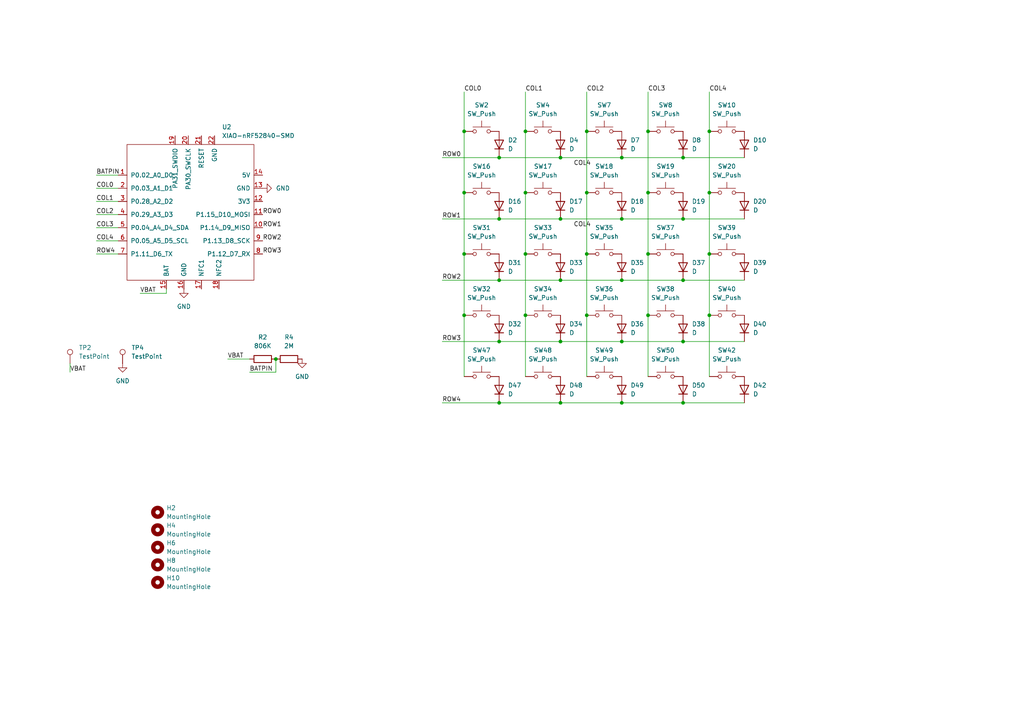
<source format=kicad_sch>
(kicad_sch
	(version 20250114)
	(generator "eeschema")
	(generator_version "9.0")
	(uuid "34ea5aa1-c487-4755-aa51-493caec67ffc")
	(paper "A4")
	(lib_symbols
		(symbol "Connector:TestPoint"
			(pin_numbers
				(hide yes)
			)
			(pin_names
				(offset 0.762)
				(hide yes)
			)
			(exclude_from_sim no)
			(in_bom yes)
			(on_board yes)
			(property "Reference" "TP"
				(at 0 6.858 0)
				(effects
					(font
						(size 1.27 1.27)
					)
				)
			)
			(property "Value" "TestPoint"
				(at 0 5.08 0)
				(effects
					(font
						(size 1.27 1.27)
					)
				)
			)
			(property "Footprint" ""
				(at 5.08 0 0)
				(effects
					(font
						(size 1.27 1.27)
					)
					(hide yes)
				)
			)
			(property "Datasheet" "~"
				(at 5.08 0 0)
				(effects
					(font
						(size 1.27 1.27)
					)
					(hide yes)
				)
			)
			(property "Description" "test point"
				(at 0 0 0)
				(effects
					(font
						(size 1.27 1.27)
					)
					(hide yes)
				)
			)
			(property "ki_keywords" "test point tp"
				(at 0 0 0)
				(effects
					(font
						(size 1.27 1.27)
					)
					(hide yes)
				)
			)
			(property "ki_fp_filters" "Pin* Test*"
				(at 0 0 0)
				(effects
					(font
						(size 1.27 1.27)
					)
					(hide yes)
				)
			)
			(symbol "TestPoint_0_1"
				(circle
					(center 0 3.302)
					(radius 0.762)
					(stroke
						(width 0)
						(type default)
					)
					(fill
						(type none)
					)
				)
			)
			(symbol "TestPoint_1_1"
				(pin passive line
					(at 0 0 90)
					(length 2.54)
					(name "1"
						(effects
							(font
								(size 1.27 1.27)
							)
						)
					)
					(number "1"
						(effects
							(font
								(size 1.27 1.27)
							)
						)
					)
				)
			)
			(embedded_fonts no)
		)
		(symbol "Device:D"
			(pin_numbers
				(hide yes)
			)
			(pin_names
				(offset 1.016)
				(hide yes)
			)
			(exclude_from_sim no)
			(in_bom yes)
			(on_board yes)
			(property "Reference" "D"
				(at 0 2.54 0)
				(effects
					(font
						(size 1.27 1.27)
					)
				)
			)
			(property "Value" "D"
				(at 0 -2.54 0)
				(effects
					(font
						(size 1.27 1.27)
					)
				)
			)
			(property "Footprint" ""
				(at 0 0 0)
				(effects
					(font
						(size 1.27 1.27)
					)
					(hide yes)
				)
			)
			(property "Datasheet" "~"
				(at 0 0 0)
				(effects
					(font
						(size 1.27 1.27)
					)
					(hide yes)
				)
			)
			(property "Description" "Diode"
				(at 0 0 0)
				(effects
					(font
						(size 1.27 1.27)
					)
					(hide yes)
				)
			)
			(property "Sim.Device" "D"
				(at 0 0 0)
				(effects
					(font
						(size 1.27 1.27)
					)
					(hide yes)
				)
			)
			(property "Sim.Pins" "1=K 2=A"
				(at 0 0 0)
				(effects
					(font
						(size 1.27 1.27)
					)
					(hide yes)
				)
			)
			(property "ki_keywords" "diode"
				(at 0 0 0)
				(effects
					(font
						(size 1.27 1.27)
					)
					(hide yes)
				)
			)
			(property "ki_fp_filters" "TO-???* *_Diode_* *SingleDiode* D_*"
				(at 0 0 0)
				(effects
					(font
						(size 1.27 1.27)
					)
					(hide yes)
				)
			)
			(symbol "D_0_1"
				(polyline
					(pts
						(xy -1.27 1.27) (xy -1.27 -1.27)
					)
					(stroke
						(width 0.254)
						(type default)
					)
					(fill
						(type none)
					)
				)
				(polyline
					(pts
						(xy 1.27 1.27) (xy 1.27 -1.27) (xy -1.27 0) (xy 1.27 1.27)
					)
					(stroke
						(width 0.254)
						(type default)
					)
					(fill
						(type none)
					)
				)
				(polyline
					(pts
						(xy 1.27 0) (xy -1.27 0)
					)
					(stroke
						(width 0)
						(type default)
					)
					(fill
						(type none)
					)
				)
			)
			(symbol "D_1_1"
				(pin passive line
					(at -3.81 0 0)
					(length 2.54)
					(name "K"
						(effects
							(font
								(size 1.27 1.27)
							)
						)
					)
					(number "1"
						(effects
							(font
								(size 1.27 1.27)
							)
						)
					)
				)
				(pin passive line
					(at 3.81 0 180)
					(length 2.54)
					(name "A"
						(effects
							(font
								(size 1.27 1.27)
							)
						)
					)
					(number "2"
						(effects
							(font
								(size 1.27 1.27)
							)
						)
					)
				)
			)
			(embedded_fonts no)
		)
		(symbol "Device:R"
			(pin_numbers
				(hide yes)
			)
			(pin_names
				(offset 0)
			)
			(exclude_from_sim no)
			(in_bom yes)
			(on_board yes)
			(property "Reference" "R"
				(at 2.032 0 90)
				(effects
					(font
						(size 1.27 1.27)
					)
				)
			)
			(property "Value" "R"
				(at 0 0 90)
				(effects
					(font
						(size 1.27 1.27)
					)
				)
			)
			(property "Footprint" ""
				(at -1.778 0 90)
				(effects
					(font
						(size 1.27 1.27)
					)
					(hide yes)
				)
			)
			(property "Datasheet" "~"
				(at 0 0 0)
				(effects
					(font
						(size 1.27 1.27)
					)
					(hide yes)
				)
			)
			(property "Description" "Resistor"
				(at 0 0 0)
				(effects
					(font
						(size 1.27 1.27)
					)
					(hide yes)
				)
			)
			(property "ki_keywords" "R res resistor"
				(at 0 0 0)
				(effects
					(font
						(size 1.27 1.27)
					)
					(hide yes)
				)
			)
			(property "ki_fp_filters" "R_*"
				(at 0 0 0)
				(effects
					(font
						(size 1.27 1.27)
					)
					(hide yes)
				)
			)
			(symbol "R_0_1"
				(rectangle
					(start -1.016 -2.54)
					(end 1.016 2.54)
					(stroke
						(width 0.254)
						(type default)
					)
					(fill
						(type none)
					)
				)
			)
			(symbol "R_1_1"
				(pin passive line
					(at 0 3.81 270)
					(length 1.27)
					(name "~"
						(effects
							(font
								(size 1.27 1.27)
							)
						)
					)
					(number "1"
						(effects
							(font
								(size 1.27 1.27)
							)
						)
					)
				)
				(pin passive line
					(at 0 -3.81 90)
					(length 1.27)
					(name "~"
						(effects
							(font
								(size 1.27 1.27)
							)
						)
					)
					(number "2"
						(effects
							(font
								(size 1.27 1.27)
							)
						)
					)
				)
			)
			(embedded_fonts no)
		)
		(symbol "Mechanical:MountingHole"
			(pin_names
				(offset 1.016)
			)
			(exclude_from_sim no)
			(in_bom no)
			(on_board yes)
			(property "Reference" "H"
				(at 0 5.08 0)
				(effects
					(font
						(size 1.27 1.27)
					)
				)
			)
			(property "Value" "MountingHole"
				(at 0 3.175 0)
				(effects
					(font
						(size 1.27 1.27)
					)
				)
			)
			(property "Footprint" ""
				(at 0 0 0)
				(effects
					(font
						(size 1.27 1.27)
					)
					(hide yes)
				)
			)
			(property "Datasheet" "~"
				(at 0 0 0)
				(effects
					(font
						(size 1.27 1.27)
					)
					(hide yes)
				)
			)
			(property "Description" "Mounting Hole without connection"
				(at 0 0 0)
				(effects
					(font
						(size 1.27 1.27)
					)
					(hide yes)
				)
			)
			(property "ki_keywords" "mounting hole"
				(at 0 0 0)
				(effects
					(font
						(size 1.27 1.27)
					)
					(hide yes)
				)
			)
			(property "ki_fp_filters" "MountingHole*"
				(at 0 0 0)
				(effects
					(font
						(size 1.27 1.27)
					)
					(hide yes)
				)
			)
			(symbol "MountingHole_0_1"
				(circle
					(center 0 0)
					(radius 1.27)
					(stroke
						(width 1.27)
						(type default)
					)
					(fill
						(type none)
					)
				)
			)
			(embedded_fonts no)
		)
		(symbol "Mito:XIAO-nRF52840-SMD"
			(pin_names
				(offset 1.016)
			)
			(exclude_from_sim no)
			(in_bom yes)
			(on_board yes)
			(property "Reference" "U"
				(at -18.542 23.114 0)
				(effects
					(font
						(size 1.27 1.27)
					)
				)
			)
			(property "Value" "XIAO-nRF52840-SMD"
				(at -8.636 21.336 0)
				(effects
					(font
						(size 1.27 1.27)
					)
				)
			)
			(property "Footprint" ""
				(at -8.89 5.08 0)
				(effects
					(font
						(size 1.27 1.27)
					)
					(hide yes)
				)
			)
			(property "Datasheet" ""
				(at -8.89 5.08 0)
				(effects
					(font
						(size 1.27 1.27)
					)
					(hide yes)
				)
			)
			(property "Description" ""
				(at 0 0 0)
				(effects
					(font
						(size 1.27 1.27)
					)
					(hide yes)
				)
			)
			(symbol "XIAO-nRF52840-SMD_0_1"
				(rectangle
					(start -19.05 20.32)
					(end 17.78 -19.05)
					(stroke
						(width 0)
						(type default)
					)
					(fill
						(type none)
					)
				)
			)
			(symbol "XIAO-nRF52840-SMD_1_1"
				(pin passive line
					(at -21.59 11.43 0)
					(length 2.54)
					(name "P0.02_A0_D0"
						(effects
							(font
								(size 1.27 1.27)
							)
						)
					)
					(number "1"
						(effects
							(font
								(size 1.27 1.27)
							)
						)
					)
				)
				(pin passive line
					(at -21.59 7.62 0)
					(length 2.54)
					(name "P0.03_A1_D1"
						(effects
							(font
								(size 1.27 1.27)
							)
						)
					)
					(number "2"
						(effects
							(font
								(size 1.27 1.27)
							)
						)
					)
				)
				(pin passive line
					(at -21.59 3.81 0)
					(length 2.54)
					(name "P0.28_A2_D2"
						(effects
							(font
								(size 1.27 1.27)
							)
						)
					)
					(number "3"
						(effects
							(font
								(size 1.27 1.27)
							)
						)
					)
				)
				(pin passive line
					(at -21.59 0 0)
					(length 2.54)
					(name "P0.29_A3_D3"
						(effects
							(font
								(size 1.27 1.27)
							)
						)
					)
					(number "4"
						(effects
							(font
								(size 1.27 1.27)
							)
						)
					)
				)
				(pin passive line
					(at -21.59 -3.81 0)
					(length 2.54)
					(name "P0.04_A4_D4_SDA"
						(effects
							(font
								(size 1.27 1.27)
							)
						)
					)
					(number "5"
						(effects
							(font
								(size 1.27 1.27)
							)
						)
					)
				)
				(pin passive line
					(at -21.59 -7.62 0)
					(length 2.54)
					(name "P0.05_A5_D5_SCL"
						(effects
							(font
								(size 1.27 1.27)
							)
						)
					)
					(number "6"
						(effects
							(font
								(size 1.27 1.27)
							)
						)
					)
				)
				(pin passive line
					(at -21.59 -11.43 0)
					(length 2.54)
					(name "P1.11_D6_TX"
						(effects
							(font
								(size 1.27 1.27)
							)
						)
					)
					(number "7"
						(effects
							(font
								(size 1.27 1.27)
							)
						)
					)
				)
				(pin passive line
					(at -7.62 -21.59 90)
					(length 2.54)
					(name "BAT"
						(effects
							(font
								(size 1.27 1.27)
							)
						)
					)
					(number "15"
						(effects
							(font
								(size 1.27 1.27)
							)
						)
					)
				)
				(pin passive line
					(at -5.08 22.86 270)
					(length 2.54)
					(name "PA31_SWDIO"
						(effects
							(font
								(size 1.27 1.27)
							)
						)
					)
					(number "19"
						(effects
							(font
								(size 1.27 1.27)
							)
						)
					)
				)
				(pin passive line
					(at -2.54 -21.59 90)
					(length 2.54)
					(name "GND"
						(effects
							(font
								(size 1.27 1.27)
							)
						)
					)
					(number "16"
						(effects
							(font
								(size 1.27 1.27)
							)
						)
					)
				)
				(pin passive line
					(at -1.27 22.86 270)
					(length 2.54)
					(name "PA30_SWCLK"
						(effects
							(font
								(size 1.27 1.27)
							)
						)
					)
					(number "20"
						(effects
							(font
								(size 1.27 1.27)
							)
						)
					)
				)
				(pin passive line
					(at 2.54 22.86 270)
					(length 2.54)
					(name "RESET"
						(effects
							(font
								(size 1.27 1.27)
							)
						)
					)
					(number "21"
						(effects
							(font
								(size 1.27 1.27)
							)
						)
					)
				)
				(pin passive line
					(at 2.54 -21.59 90)
					(length 2.54)
					(name "NFC1"
						(effects
							(font
								(size 1.27 1.27)
							)
						)
					)
					(number "17"
						(effects
							(font
								(size 1.27 1.27)
							)
						)
					)
				)
				(pin passive line
					(at 6.35 22.86 270)
					(length 2.54)
					(name "GND"
						(effects
							(font
								(size 1.27 1.27)
							)
						)
					)
					(number "22"
						(effects
							(font
								(size 1.27 1.27)
							)
						)
					)
				)
				(pin passive line
					(at 7.62 -21.59 90)
					(length 2.54)
					(name "NFC2"
						(effects
							(font
								(size 1.27 1.27)
							)
						)
					)
					(number "18"
						(effects
							(font
								(size 1.27 1.27)
							)
						)
					)
				)
				(pin passive line
					(at 20.32 11.43 180)
					(length 2.54)
					(name "5V"
						(effects
							(font
								(size 1.27 1.27)
							)
						)
					)
					(number "14"
						(effects
							(font
								(size 1.27 1.27)
							)
						)
					)
				)
				(pin passive line
					(at 20.32 7.62 180)
					(length 2.54)
					(name "GND"
						(effects
							(font
								(size 1.27 1.27)
							)
						)
					)
					(number "13"
						(effects
							(font
								(size 1.27 1.27)
							)
						)
					)
				)
				(pin passive line
					(at 20.32 3.81 180)
					(length 2.54)
					(name "3V3"
						(effects
							(font
								(size 1.27 1.27)
							)
						)
					)
					(number "12"
						(effects
							(font
								(size 1.27 1.27)
							)
						)
					)
				)
				(pin passive line
					(at 20.32 0 180)
					(length 2.54)
					(name "P1.15_D10_MOSI"
						(effects
							(font
								(size 1.27 1.27)
							)
						)
					)
					(number "11"
						(effects
							(font
								(size 1.27 1.27)
							)
						)
					)
				)
				(pin passive line
					(at 20.32 -3.81 180)
					(length 2.54)
					(name "P1.14_D9_MISO"
						(effects
							(font
								(size 1.27 1.27)
							)
						)
					)
					(number "10"
						(effects
							(font
								(size 1.27 1.27)
							)
						)
					)
				)
				(pin passive line
					(at 20.32 -7.62 180)
					(length 2.54)
					(name "P1.13_D8_SCK"
						(effects
							(font
								(size 1.27 1.27)
							)
						)
					)
					(number "9"
						(effects
							(font
								(size 1.27 1.27)
							)
						)
					)
				)
				(pin passive line
					(at 20.32 -11.43 180)
					(length 2.54)
					(name "P1.12_D7_RX"
						(effects
							(font
								(size 1.27 1.27)
							)
						)
					)
					(number "8"
						(effects
							(font
								(size 1.27 1.27)
							)
						)
					)
				)
			)
			(embedded_fonts no)
		)
		(symbol "Switch:SW_Push"
			(pin_numbers
				(hide yes)
			)
			(pin_names
				(offset 1.016)
				(hide yes)
			)
			(exclude_from_sim no)
			(in_bom yes)
			(on_board yes)
			(property "Reference" "SW"
				(at 1.27 2.54 0)
				(effects
					(font
						(size 1.27 1.27)
					)
					(justify left)
				)
			)
			(property "Value" "SW_Push"
				(at 0 -1.524 0)
				(effects
					(font
						(size 1.27 1.27)
					)
				)
			)
			(property "Footprint" ""
				(at 0 5.08 0)
				(effects
					(font
						(size 1.27 1.27)
					)
					(hide yes)
				)
			)
			(property "Datasheet" "~"
				(at 0 5.08 0)
				(effects
					(font
						(size 1.27 1.27)
					)
					(hide yes)
				)
			)
			(property "Description" "Push button switch, generic, two pins"
				(at 0 0 0)
				(effects
					(font
						(size 1.27 1.27)
					)
					(hide yes)
				)
			)
			(property "ki_keywords" "switch normally-open pushbutton push-button"
				(at 0 0 0)
				(effects
					(font
						(size 1.27 1.27)
					)
					(hide yes)
				)
			)
			(symbol "SW_Push_0_1"
				(circle
					(center -2.032 0)
					(radius 0.508)
					(stroke
						(width 0)
						(type default)
					)
					(fill
						(type none)
					)
				)
				(polyline
					(pts
						(xy 0 1.27) (xy 0 3.048)
					)
					(stroke
						(width 0)
						(type default)
					)
					(fill
						(type none)
					)
				)
				(circle
					(center 2.032 0)
					(radius 0.508)
					(stroke
						(width 0)
						(type default)
					)
					(fill
						(type none)
					)
				)
				(polyline
					(pts
						(xy 2.54 1.27) (xy -2.54 1.27)
					)
					(stroke
						(width 0)
						(type default)
					)
					(fill
						(type none)
					)
				)
				(pin passive line
					(at -5.08 0 0)
					(length 2.54)
					(name "1"
						(effects
							(font
								(size 1.27 1.27)
							)
						)
					)
					(number "1"
						(effects
							(font
								(size 1.27 1.27)
							)
						)
					)
				)
				(pin passive line
					(at 5.08 0 180)
					(length 2.54)
					(name "2"
						(effects
							(font
								(size 1.27 1.27)
							)
						)
					)
					(number "2"
						(effects
							(font
								(size 1.27 1.27)
							)
						)
					)
				)
			)
			(embedded_fonts no)
		)
		(symbol "power:GND"
			(power)
			(pin_numbers
				(hide yes)
			)
			(pin_names
				(offset 0)
				(hide yes)
			)
			(exclude_from_sim no)
			(in_bom yes)
			(on_board yes)
			(property "Reference" "#PWR"
				(at 0 -6.35 0)
				(effects
					(font
						(size 1.27 1.27)
					)
					(hide yes)
				)
			)
			(property "Value" "GND"
				(at 0 -3.81 0)
				(effects
					(font
						(size 1.27 1.27)
					)
				)
			)
			(property "Footprint" ""
				(at 0 0 0)
				(effects
					(font
						(size 1.27 1.27)
					)
					(hide yes)
				)
			)
			(property "Datasheet" ""
				(at 0 0 0)
				(effects
					(font
						(size 1.27 1.27)
					)
					(hide yes)
				)
			)
			(property "Description" "Power symbol creates a global label with name \"GND\" , ground"
				(at 0 0 0)
				(effects
					(font
						(size 1.27 1.27)
					)
					(hide yes)
				)
			)
			(property "ki_keywords" "global power"
				(at 0 0 0)
				(effects
					(font
						(size 1.27 1.27)
					)
					(hide yes)
				)
			)
			(symbol "GND_0_1"
				(polyline
					(pts
						(xy 0 0) (xy 0 -1.27) (xy 1.27 -1.27) (xy 0 -2.54) (xy -1.27 -1.27) (xy 0 -1.27)
					)
					(stroke
						(width 0)
						(type default)
					)
					(fill
						(type none)
					)
				)
			)
			(symbol "GND_1_1"
				(pin power_in line
					(at 0 0 270)
					(length 0)
					(name "~"
						(effects
							(font
								(size 1.27 1.27)
							)
						)
					)
					(number "1"
						(effects
							(font
								(size 1.27 1.27)
							)
						)
					)
				)
			)
			(embedded_fonts no)
		)
	)
	(junction
		(at 152.4 91.44)
		(diameter 0)
		(color 0 0 0 0)
		(uuid "06056999-40ff-4c05-b374-4da0da86dafc")
	)
	(junction
		(at 198.12 81.28)
		(diameter 0)
		(color 0 0 0 0)
		(uuid "1b11a737-4234-49b6-8285-25e4a9edcd7f")
	)
	(junction
		(at 170.18 55.88)
		(diameter 0)
		(color 0 0 0 0)
		(uuid "254991ec-4db1-49dc-b0c1-fa2207204072")
	)
	(junction
		(at 134.62 73.66)
		(diameter 0)
		(color 0 0 0 0)
		(uuid "375db694-cedf-422a-90d8-67f855fa7476")
	)
	(junction
		(at 198.12 116.84)
		(diameter 0)
		(color 0 0 0 0)
		(uuid "400bfc6f-4a9f-45dd-8d4c-9993ab421b15")
	)
	(junction
		(at 162.56 45.72)
		(diameter 0)
		(color 0 0 0 0)
		(uuid "44e53d7e-4efb-446a-af7f-b9185a7a3463")
	)
	(junction
		(at 205.74 38.1)
		(diameter 0)
		(color 0 0 0 0)
		(uuid "4d040222-f35e-47d4-8fbe-863fecb59d2d")
	)
	(junction
		(at 205.74 73.66)
		(diameter 0)
		(color 0 0 0 0)
		(uuid "50f77469-45f0-4ddf-8d61-9855bd52b928")
	)
	(junction
		(at 180.34 63.5)
		(diameter 0)
		(color 0 0 0 0)
		(uuid "53be7e56-5037-4004-ad46-c1829242dc12")
	)
	(junction
		(at 162.56 116.84)
		(diameter 0)
		(color 0 0 0 0)
		(uuid "56f489c0-86bb-4408-944c-6b974b2c3546")
	)
	(junction
		(at 180.34 45.72)
		(diameter 0)
		(color 0 0 0 0)
		(uuid "5b2ad424-d65f-4dab-8144-1cdc4d9bacc6")
	)
	(junction
		(at 180.34 116.84)
		(diameter 0)
		(color 0 0 0 0)
		(uuid "5bfe7eec-7803-4aa5-9689-e1fd1fe5ac09")
	)
	(junction
		(at 170.18 73.66)
		(diameter 0)
		(color 0 0 0 0)
		(uuid "661709eb-49c5-414a-8728-9fd4dcc871bc")
	)
	(junction
		(at 170.18 91.44)
		(diameter 0)
		(color 0 0 0 0)
		(uuid "695f74a4-8808-4006-bcda-db836a65d6cc")
	)
	(junction
		(at 134.62 38.1)
		(diameter 0)
		(color 0 0 0 0)
		(uuid "6ba4bb7d-6937-4ec2-a01a-a88a8cccd62b")
	)
	(junction
		(at 144.78 99.06)
		(diameter 0)
		(color 0 0 0 0)
		(uuid "6c93727d-55d7-4669-84ee-ddd81ccb9908")
	)
	(junction
		(at 198.12 45.72)
		(diameter 0)
		(color 0 0 0 0)
		(uuid "6e247c15-65d1-4e6e-92ce-0c1d3a0695b6")
	)
	(junction
		(at 152.4 73.66)
		(diameter 0)
		(color 0 0 0 0)
		(uuid "709ab996-64bd-44a2-8194-526a4eb087b7")
	)
	(junction
		(at 134.62 91.44)
		(diameter 0)
		(color 0 0 0 0)
		(uuid "7278255c-353e-443b-812e-696aeaf4eb75")
	)
	(junction
		(at 198.12 99.06)
		(diameter 0)
		(color 0 0 0 0)
		(uuid "76aa60f8-0e24-422a-903d-c45565c51dff")
	)
	(junction
		(at 144.78 81.28)
		(diameter 0)
		(color 0 0 0 0)
		(uuid "787dee8b-ae22-48bb-8943-5d4193e1a602")
	)
	(junction
		(at 187.96 38.1)
		(diameter 0)
		(color 0 0 0 0)
		(uuid "8437ee29-b94b-44d6-924b-fce001bc4d57")
	)
	(junction
		(at 162.56 63.5)
		(diameter 0)
		(color 0 0 0 0)
		(uuid "84b49f0a-a23f-499f-a10d-4064d91b888a")
	)
	(junction
		(at 80.01 104.14)
		(diameter 0)
		(color 0 0 0 0)
		(uuid "8c8d87cd-6634-463e-9e53-671d5525e414")
	)
	(junction
		(at 162.56 81.28)
		(diameter 0)
		(color 0 0 0 0)
		(uuid "9445a454-24d8-43f4-b2b5-62f904b61394")
	)
	(junction
		(at 205.74 91.44)
		(diameter 0)
		(color 0 0 0 0)
		(uuid "975a517a-32b3-477a-ab9c-421c5207f121")
	)
	(junction
		(at 144.78 45.72)
		(diameter 0)
		(color 0 0 0 0)
		(uuid "97c5d866-4af7-4883-8310-f9cfabb5ef31")
	)
	(junction
		(at 180.34 99.06)
		(diameter 0)
		(color 0 0 0 0)
		(uuid "a533d296-d4c5-4d3c-8c22-8021cf6e9562")
	)
	(junction
		(at 152.4 55.88)
		(diameter 0)
		(color 0 0 0 0)
		(uuid "a5946b22-7152-4b6a-98cc-8cf10c378d75")
	)
	(junction
		(at 198.12 63.5)
		(diameter 0)
		(color 0 0 0 0)
		(uuid "b93fb149-faf8-4f60-9da6-d4be30f389e2")
	)
	(junction
		(at 144.78 63.5)
		(diameter 0)
		(color 0 0 0 0)
		(uuid "c1930193-3950-4ff6-904b-a665a924ffe6")
	)
	(junction
		(at 170.18 38.1)
		(diameter 0)
		(color 0 0 0 0)
		(uuid "d1526953-b365-45f4-904a-903afdc966fa")
	)
	(junction
		(at 152.4 38.1)
		(diameter 0)
		(color 0 0 0 0)
		(uuid "d6324549-e35e-47a5-8697-5beebd1edef4")
	)
	(junction
		(at 187.96 91.44)
		(diameter 0)
		(color 0 0 0 0)
		(uuid "dc7c4e99-7113-4707-a1ed-3f5a944383b2")
	)
	(junction
		(at 187.96 73.66)
		(diameter 0)
		(color 0 0 0 0)
		(uuid "de8323c3-d95e-475f-a676-6cfe4ab7cc81")
	)
	(junction
		(at 134.62 55.88)
		(diameter 0)
		(color 0 0 0 0)
		(uuid "e1be24fc-0e8a-41da-b21d-d7cbf4f63d31")
	)
	(junction
		(at 205.74 55.88)
		(diameter 0)
		(color 0 0 0 0)
		(uuid "e43991c9-9f5c-4dbf-8a22-2ac078334b49")
	)
	(junction
		(at 162.56 99.06)
		(diameter 0)
		(color 0 0 0 0)
		(uuid "e549622c-7be8-49e2-88e4-17893c307d7c")
	)
	(junction
		(at 144.78 116.84)
		(diameter 0)
		(color 0 0 0 0)
		(uuid "e7acd742-b9ab-4d3c-8ce0-7cf0bd20a8a6")
	)
	(junction
		(at 187.96 55.88)
		(diameter 0)
		(color 0 0 0 0)
		(uuid "fa649ec0-2984-4669-931a-274ea08a584d")
	)
	(junction
		(at 180.34 81.28)
		(diameter 0)
		(color 0 0 0 0)
		(uuid "fe5ecc17-1df2-418c-9567-1ccec4dd138a")
	)
	(wire
		(pts
			(xy 180.34 81.28) (xy 198.12 81.28)
		)
		(stroke
			(width 0)
			(type default)
		)
		(uuid "00e41882-17d9-425b-8a11-e67f6d4552a4")
	)
	(wire
		(pts
			(xy 162.56 81.28) (xy 180.34 81.28)
		)
		(stroke
			(width 0)
			(type default)
		)
		(uuid "01653880-86ad-401b-9efc-5de674756dbf")
	)
	(wire
		(pts
			(xy 48.26 85.09) (xy 48.26 83.82)
		)
		(stroke
			(width 0)
			(type default)
		)
		(uuid "09d146eb-9f6f-426e-8b4b-81ad75ce7e67")
	)
	(wire
		(pts
			(xy 27.94 62.23) (xy 34.29 62.23)
		)
		(stroke
			(width 0)
			(type default)
		)
		(uuid "0a9e2d07-486e-45d2-8a80-646dcbfe1fd2")
	)
	(wire
		(pts
			(xy 180.34 99.06) (xy 198.12 99.06)
		)
		(stroke
			(width 0)
			(type default)
		)
		(uuid "0d606b05-0135-4906-9208-5bdf4cc303fa")
	)
	(wire
		(pts
			(xy 128.27 99.06) (xy 144.78 99.06)
		)
		(stroke
			(width 0)
			(type default)
		)
		(uuid "1edf5b05-6f9a-4a82-b17d-4e89bfdd0a1c")
	)
	(wire
		(pts
			(xy 152.4 26.67) (xy 152.4 38.1)
		)
		(stroke
			(width 0)
			(type default)
		)
		(uuid "213dd03f-6a92-4fbd-861b-49746a52a7bc")
	)
	(wire
		(pts
			(xy 198.12 45.72) (xy 215.9 45.72)
		)
		(stroke
			(width 0)
			(type default)
		)
		(uuid "22193639-7777-40a8-92df-e86af9a8ef0f")
	)
	(wire
		(pts
			(xy 128.27 63.5) (xy 144.78 63.5)
		)
		(stroke
			(width 0)
			(type default)
		)
		(uuid "2f827479-968b-49b5-9573-47ac33626fd1")
	)
	(wire
		(pts
			(xy 27.94 66.04) (xy 34.29 66.04)
		)
		(stroke
			(width 0)
			(type default)
		)
		(uuid "331392fc-0894-4330-8fdb-222016aaee7d")
	)
	(wire
		(pts
			(xy 134.62 38.1) (xy 134.62 55.88)
		)
		(stroke
			(width 0)
			(type default)
		)
		(uuid "4651f56b-6b3a-44d1-983f-a59e5536e96a")
	)
	(wire
		(pts
			(xy 27.94 50.8) (xy 34.29 50.8)
		)
		(stroke
			(width 0)
			(type default)
		)
		(uuid "4aa4b40a-4fbc-425e-9722-ff77fc0951d2")
	)
	(wire
		(pts
			(xy 170.18 26.67) (xy 170.18 38.1)
		)
		(stroke
			(width 0)
			(type default)
		)
		(uuid "53d4eff9-3a04-4ff1-85dd-6ae0729eb0f3")
	)
	(wire
		(pts
			(xy 27.94 54.61) (xy 34.29 54.61)
		)
		(stroke
			(width 0)
			(type default)
		)
		(uuid "54fa0aed-ec8a-4f69-a0fa-48b69ee1d567")
	)
	(wire
		(pts
			(xy 27.94 73.66) (xy 34.29 73.66)
		)
		(stroke
			(width 0)
			(type default)
		)
		(uuid "5af33aa3-8102-40cb-a06e-c7c2bd377439")
	)
	(wire
		(pts
			(xy 144.78 81.28) (xy 162.56 81.28)
		)
		(stroke
			(width 0)
			(type default)
		)
		(uuid "5b9d985a-1d41-4b30-a5df-47c7499bcb6c")
	)
	(wire
		(pts
			(xy 20.32 105.41) (xy 20.32 107.95)
		)
		(stroke
			(width 0)
			(type default)
		)
		(uuid "5eb5cf84-c236-4475-8c6d-d0e53a9eb2e4")
	)
	(wire
		(pts
			(xy 198.12 63.5) (xy 215.9 63.5)
		)
		(stroke
			(width 0)
			(type default)
		)
		(uuid "5ed964cb-d0a2-4f53-bbf0-ce5843d28669")
	)
	(wire
		(pts
			(xy 205.74 73.66) (xy 205.74 91.44)
		)
		(stroke
			(width 0)
			(type default)
		)
		(uuid "5faa2459-c5c5-43f6-b48c-8549f5375bbd")
	)
	(wire
		(pts
			(xy 134.62 55.88) (xy 134.62 73.66)
		)
		(stroke
			(width 0)
			(type default)
		)
		(uuid "6113e55e-1c90-4507-9472-ccf9aef4d256")
	)
	(wire
		(pts
			(xy 187.96 91.44) (xy 187.96 109.22)
		)
		(stroke
			(width 0)
			(type default)
		)
		(uuid "6a27e83c-5fb3-42e3-9bc0-f1ff43b05a4b")
	)
	(wire
		(pts
			(xy 72.39 107.95) (xy 80.01 107.95)
		)
		(stroke
			(width 0)
			(type default)
		)
		(uuid "6b92c410-257b-40d1-b9c1-5d26cdd2024d")
	)
	(wire
		(pts
			(xy 152.4 55.88) (xy 152.4 73.66)
		)
		(stroke
			(width 0)
			(type default)
		)
		(uuid "6bbf5e65-6c20-4218-ac6c-d2a798efc9cb")
	)
	(wire
		(pts
			(xy 128.27 45.72) (xy 144.78 45.72)
		)
		(stroke
			(width 0)
			(type default)
		)
		(uuid "6e3055bf-fc94-460a-bae0-f1454039098f")
	)
	(wire
		(pts
			(xy 144.78 63.5) (xy 162.56 63.5)
		)
		(stroke
			(width 0)
			(type default)
		)
		(uuid "7127f148-656c-433f-83d8-f6569bbb01ab")
	)
	(wire
		(pts
			(xy 205.74 55.88) (xy 205.74 73.66)
		)
		(stroke
			(width 0)
			(type default)
		)
		(uuid "788bd221-12ed-4ba7-9926-dac5c37aa944")
	)
	(wire
		(pts
			(xy 162.56 99.06) (xy 180.34 99.06)
		)
		(stroke
			(width 0)
			(type default)
		)
		(uuid "78c5cc4a-95d4-45ce-835a-8093762ab9b1")
	)
	(wire
		(pts
			(xy 180.34 116.84) (xy 198.12 116.84)
		)
		(stroke
			(width 0)
			(type default)
		)
		(uuid "86869ed3-ee1a-4708-a94d-469934d29ae5")
	)
	(wire
		(pts
			(xy 134.62 91.44) (xy 134.62 109.22)
		)
		(stroke
			(width 0)
			(type default)
		)
		(uuid "87ae44e6-e6fa-47cd-834f-555a2683193b")
	)
	(wire
		(pts
			(xy 27.94 58.42) (xy 34.29 58.42)
		)
		(stroke
			(width 0)
			(type default)
		)
		(uuid "87e7c56f-1f8e-4e11-a122-69b9ba215dfa")
	)
	(wire
		(pts
			(xy 162.56 45.72) (xy 180.34 45.72)
		)
		(stroke
			(width 0)
			(type default)
		)
		(uuid "8a0d2cc3-c94d-4b38-b773-b0cfeed7820a")
	)
	(wire
		(pts
			(xy 198.12 99.06) (xy 215.9 99.06)
		)
		(stroke
			(width 0)
			(type default)
		)
		(uuid "93f3553c-2085-4076-b999-de2360de4efe")
	)
	(wire
		(pts
			(xy 170.18 38.1) (xy 170.18 55.88)
		)
		(stroke
			(width 0)
			(type default)
		)
		(uuid "95554526-404b-44a3-9185-081c23d929d9")
	)
	(wire
		(pts
			(xy 205.74 38.1) (xy 205.74 55.88)
		)
		(stroke
			(width 0)
			(type default)
		)
		(uuid "9cb3e301-4394-4426-a565-e74a018b4017")
	)
	(wire
		(pts
			(xy 187.96 73.66) (xy 187.96 91.44)
		)
		(stroke
			(width 0)
			(type default)
		)
		(uuid "a456cdb0-b6e5-4197-8185-b8c92ce488ab")
	)
	(wire
		(pts
			(xy 198.12 116.84) (xy 215.9 116.84)
		)
		(stroke
			(width 0)
			(type default)
		)
		(uuid "a7297899-cb27-4ed8-846d-11a791a48bb4")
	)
	(wire
		(pts
			(xy 134.62 26.67) (xy 134.62 38.1)
		)
		(stroke
			(width 0)
			(type default)
		)
		(uuid "a90deffd-990a-485d-af40-2d8f14c70a0a")
	)
	(wire
		(pts
			(xy 205.74 91.44) (xy 205.74 109.22)
		)
		(stroke
			(width 0)
			(type default)
		)
		(uuid "adf91d21-bb7c-4718-b506-f8097de70f28")
	)
	(wire
		(pts
			(xy 162.56 63.5) (xy 180.34 63.5)
		)
		(stroke
			(width 0)
			(type default)
		)
		(uuid "b5922adf-ceef-42d5-92b0-d57513c1427d")
	)
	(wire
		(pts
			(xy 170.18 91.44) (xy 170.18 109.22)
		)
		(stroke
			(width 0)
			(type default)
		)
		(uuid "b683f7df-0d40-429c-9b21-ab635885cc61")
	)
	(wire
		(pts
			(xy 134.62 73.66) (xy 134.62 91.44)
		)
		(stroke
			(width 0)
			(type default)
		)
		(uuid "b8d923b6-1e59-4a20-aa6d-dbf580925025")
	)
	(wire
		(pts
			(xy 170.18 73.66) (xy 170.18 91.44)
		)
		(stroke
			(width 0)
			(type default)
		)
		(uuid "ba7599af-d259-4697-8e78-5a3a7448f379")
	)
	(wire
		(pts
			(xy 187.96 26.67) (xy 187.96 38.1)
		)
		(stroke
			(width 0)
			(type default)
		)
		(uuid "c356a7ed-8083-4948-a05b-bd0af9f98832")
	)
	(wire
		(pts
			(xy 128.27 81.28) (xy 144.78 81.28)
		)
		(stroke
			(width 0)
			(type default)
		)
		(uuid "c4655ed7-483e-4c4e-ae64-d23a07444014")
	)
	(wire
		(pts
			(xy 128.27 116.84) (xy 144.78 116.84)
		)
		(stroke
			(width 0)
			(type default)
		)
		(uuid "c7207383-d451-4239-abae-9033df0d5acf")
	)
	(wire
		(pts
			(xy 187.96 55.88) (xy 187.96 73.66)
		)
		(stroke
			(width 0)
			(type default)
		)
		(uuid "c7fa72e8-8d8c-49e7-9f5d-21d54f7193dc")
	)
	(wire
		(pts
			(xy 152.4 91.44) (xy 152.4 109.22)
		)
		(stroke
			(width 0)
			(type default)
		)
		(uuid "cb341399-468d-42e4-9e2d-bd2ff8fe03bd")
	)
	(wire
		(pts
			(xy 162.56 116.84) (xy 180.34 116.84)
		)
		(stroke
			(width 0)
			(type default)
		)
		(uuid "cb9b361d-f0b7-4c1c-a2fa-dea1d70a0cf5")
	)
	(wire
		(pts
			(xy 152.4 38.1) (xy 152.4 55.88)
		)
		(stroke
			(width 0)
			(type default)
		)
		(uuid "d55d9b42-c8df-479e-92fa-113cccd2eb7c")
	)
	(wire
		(pts
			(xy 144.78 99.06) (xy 162.56 99.06)
		)
		(stroke
			(width 0)
			(type default)
		)
		(uuid "d600ca08-5cd1-4d0e-9e95-74954a42c0a6")
	)
	(wire
		(pts
			(xy 66.04 104.14) (xy 72.39 104.14)
		)
		(stroke
			(width 0)
			(type default)
		)
		(uuid "d929358d-82d5-4df7-941d-2f60dfd82472")
	)
	(wire
		(pts
			(xy 40.64 85.09) (xy 48.26 85.09)
		)
		(stroke
			(width 0)
			(type default)
		)
		(uuid "da95a3dd-cc81-45b9-b0f7-40af6849617a")
	)
	(wire
		(pts
			(xy 80.01 107.95) (xy 80.01 104.14)
		)
		(stroke
			(width 0)
			(type default)
		)
		(uuid "e3e33988-ce44-4186-bfee-17fbf441f0ea")
	)
	(wire
		(pts
			(xy 198.12 81.28) (xy 215.9 81.28)
		)
		(stroke
			(width 0)
			(type default)
		)
		(uuid "e3e7a7f9-6efb-4ce9-82c3-3417282c2f6b")
	)
	(wire
		(pts
			(xy 144.78 116.84) (xy 162.56 116.84)
		)
		(stroke
			(width 0)
			(type default)
		)
		(uuid "e9506ee4-ee65-48b8-8f4a-7d9b10cea3d7")
	)
	(wire
		(pts
			(xy 205.74 26.67) (xy 205.74 38.1)
		)
		(stroke
			(width 0)
			(type default)
		)
		(uuid "eb11d344-291e-4098-92ab-bdf6e4137c91")
	)
	(wire
		(pts
			(xy 170.18 55.88) (xy 170.18 73.66)
		)
		(stroke
			(width 0)
			(type default)
		)
		(uuid "ec40f6f0-c190-4d61-895f-44cf235d30bf")
	)
	(wire
		(pts
			(xy 187.96 38.1) (xy 187.96 55.88)
		)
		(stroke
			(width 0)
			(type default)
		)
		(uuid "ee29bf82-ecea-4f06-942c-81fee6919904")
	)
	(wire
		(pts
			(xy 152.4 73.66) (xy 152.4 91.44)
		)
		(stroke
			(width 0)
			(type default)
		)
		(uuid "f277f0ac-e0a9-4959-80ba-0be92fb39596")
	)
	(wire
		(pts
			(xy 180.34 45.72) (xy 198.12 45.72)
		)
		(stroke
			(width 0)
			(type default)
		)
		(uuid "f289e3c3-541b-44d2-acfa-546495d99ec2")
	)
	(wire
		(pts
			(xy 27.94 69.85) (xy 34.29 69.85)
		)
		(stroke
			(width 0)
			(type default)
		)
		(uuid "f6e93127-636e-4827-8770-16099bd0cf23")
	)
	(wire
		(pts
			(xy 180.34 63.5) (xy 198.12 63.5)
		)
		(stroke
			(width 0)
			(type default)
		)
		(uuid "fce7fed7-f142-4038-b654-c9ea61ff6165")
	)
	(wire
		(pts
			(xy 144.78 45.72) (xy 162.56 45.72)
		)
		(stroke
			(width 0)
			(type default)
		)
		(uuid "ff516cff-7587-4bce-ac79-14a82f957fda")
	)
	(label "COL4"
		(at 205.74 26.67 0)
		(effects
			(font
				(size 1.27 1.27)
			)
			(justify left bottom)
		)
		(uuid "0a70106b-f99d-4c5c-9947-86799b543827")
	)
	(label "COL2"
		(at 170.18 26.67 0)
		(effects
			(font
				(size 1.27 1.27)
			)
			(justify left bottom)
		)
		(uuid "0aeb5ba0-4eea-4d83-89bc-5094fa622ba3")
	)
	(label "COL3"
		(at 187.96 26.67 0)
		(effects
			(font
				(size 1.27 1.27)
			)
			(justify left bottom)
		)
		(uuid "0d7304d5-a0e4-41a7-8d01-03b077f8d386")
	)
	(label "ROW0"
		(at 128.27 45.72 0)
		(effects
			(font
				(size 1.27 1.27)
			)
			(justify left bottom)
		)
		(uuid "1412a5be-8fce-4c81-9c70-44b727a11bfb")
	)
	(label "VBAT"
		(at 20.32 107.95 0)
		(effects
			(font
				(size 1.27 1.27)
			)
			(justify left bottom)
		)
		(uuid "2635cdfa-3d06-446e-9b2e-a8830f8c5bcf")
	)
	(label "ROW0"
		(at 76.2 62.23 0)
		(effects
			(font
				(size 1.27 1.27)
			)
			(justify left bottom)
		)
		(uuid "2e6ae220-69a7-430a-afd9-534729a31af8")
	)
	(label "VBAT"
		(at 66.04 104.14 0)
		(effects
			(font
				(size 1.27 1.27)
			)
			(justify left bottom)
		)
		(uuid "2ec564b3-18d8-4d40-b2b4-135ef8f4c473")
	)
	(label "COL4"
		(at 166.37 66.04 0)
		(effects
			(font
				(size 1.27 1.27)
			)
			(justify left bottom)
		)
		(uuid "33a68d0b-a2d1-4df8-af2a-d277c5890979")
	)
	(label "COL4"
		(at 27.94 69.85 0)
		(effects
			(font
				(size 1.27 1.27)
			)
			(justify left bottom)
		)
		(uuid "380a04bf-85f4-4e58-b208-b1dc7e562641")
	)
	(label "COL0"
		(at 27.94 54.61 0)
		(effects
			(font
				(size 1.27 1.27)
			)
			(justify left bottom)
		)
		(uuid "5a84433f-ceb8-4682-9e59-c68f7dad82de")
	)
	(label "COL4"
		(at 166.37 48.26 0)
		(effects
			(font
				(size 1.27 1.27)
			)
			(justify left bottom)
		)
		(uuid "6a5edf06-6c41-4bd7-ba74-2ac15339c5fb")
	)
	(label "COL2"
		(at 27.94 62.23 0)
		(effects
			(font
				(size 1.27 1.27)
			)
			(justify left bottom)
		)
		(uuid "772b2fbb-c55d-4f2d-9f06-def19b3dd363")
	)
	(label "COL0"
		(at 134.62 26.67 0)
		(effects
			(font
				(size 1.27 1.27)
			)
			(justify left bottom)
		)
		(uuid "7d501d66-d8e2-4f2d-9aee-a8dae584dc55")
	)
	(label "ROW4"
		(at 27.94 73.66 0)
		(effects
			(font
				(size 1.27 1.27)
			)
			(justify left bottom)
		)
		(uuid "80d60d2e-985d-4d11-a822-ea34abdb81f7")
	)
	(label "ROW4"
		(at 128.27 116.84 0)
		(effects
			(font
				(size 1.27 1.27)
			)
			(justify left bottom)
		)
		(uuid "81f30ebe-ef0d-434c-bf87-1b441a744f13")
	)
	(label "ROW1"
		(at 76.2 66.04 0)
		(effects
			(font
				(size 1.27 1.27)
			)
			(justify left bottom)
		)
		(uuid "a0fe82da-ac23-46a9-90c5-412e860d5bda")
	)
	(label "ROW3"
		(at 76.2 73.66 0)
		(effects
			(font
				(size 1.27 1.27)
			)
			(justify left bottom)
		)
		(uuid "a40c3f67-bf12-4ce8-a454-773f02761f6c")
	)
	(label "VBAT"
		(at 40.64 85.09 0)
		(effects
			(font
				(size 1.27 1.27)
			)
			(justify left bottom)
		)
		(uuid "b640e46f-b39a-4f7c-9fb2-e33067bf19b7")
	)
	(label "ROW3"
		(at 128.27 99.06 0)
		(effects
			(font
				(size 1.27 1.27)
			)
			(justify left bottom)
		)
		(uuid "b6ea745d-aab1-4efc-b0c9-e0ecfa57f039")
	)
	(label "ROW2"
		(at 76.2 69.85 0)
		(effects
			(font
				(size 1.27 1.27)
			)
			(justify left bottom)
		)
		(uuid "b8780518-b053-4c65-ace9-addacc466046")
	)
	(label "COL1"
		(at 27.94 58.42 0)
		(effects
			(font
				(size 1.27 1.27)
			)
			(justify left bottom)
		)
		(uuid "c4a36f68-a7a9-4ad3-be9b-29cac61efef3")
	)
	(label "BATPIN"
		(at 27.94 50.8 0)
		(effects
			(font
				(size 1.27 1.27)
			)
			(justify left bottom)
		)
		(uuid "c68bb15f-f5d3-4d71-a59a-7e66eac07f2f")
	)
	(label "ROW1"
		(at 128.27 63.5 0)
		(effects
			(font
				(size 1.27 1.27)
			)
			(justify left bottom)
		)
		(uuid "d8b63a87-3cc0-4422-984a-bffab6c16f90")
	)
	(label "COL1"
		(at 152.4 26.67 0)
		(effects
			(font
				(size 1.27 1.27)
			)
			(justify left bottom)
		)
		(uuid "e2b6121f-0b98-427d-b9b6-178ba0e7c4ee")
	)
	(label "BATPIN"
		(at 72.39 107.95 0)
		(effects
			(font
				(size 1.27 1.27)
			)
			(justify left bottom)
		)
		(uuid "e337361d-84c1-4272-ac20-505d3a3d401f")
	)
	(label "ROW2"
		(at 128.27 81.28 0)
		(effects
			(font
				(size 1.27 1.27)
			)
			(justify left bottom)
		)
		(uuid "eeecc20c-25ea-46ed-aa91-879cfbdb4ef5")
	)
	(label "COL3"
		(at 27.94 66.04 0)
		(effects
			(font
				(size 1.27 1.27)
			)
			(justify left bottom)
		)
		(uuid "fa8fa551-fee1-4830-bed2-adcc1df549fd")
	)
	(symbol
		(lib_id "Switch:SW_Push")
		(at 210.82 55.88 0)
		(unit 1)
		(exclude_from_sim no)
		(in_bom yes)
		(on_board yes)
		(dnp no)
		(fields_autoplaced yes)
		(uuid "005c3ab5-5828-4588-9132-b1803b02733c")
		(property "Reference" "SW15"
			(at 210.82 48.26 0)
			(effects
				(font
					(size 1.27 1.27)
				)
			)
		)
		(property "Value" "SW_Push"
			(at 210.82 50.8 0)
			(effects
				(font
					(size 1.27 1.27)
				)
			)
		)
		(property "Footprint" "marbastlib:SW_MX_HS_CPG151101S11_1u"
			(at 210.82 50.8 0)
			(effects
				(font
					(size 1.27 1.27)
				)
				(hide yes)
			)
		)
		(property "Datasheet" "~"
			(at 210.82 50.8 0)
			(effects
				(font
					(size 1.27 1.27)
				)
				(hide yes)
			)
		)
		(property "Description" "Push button switch, generic, two pins"
			(at 210.82 55.88 0)
			(effects
				(font
					(size 1.27 1.27)
				)
				(hide yes)
			)
		)
		(pin "2"
			(uuid "fd9b6a3d-4498-4496-b500-44a03777dedf")
		)
		(pin "1"
			(uuid "b18e8e23-c1ac-46d3-ac33-28e924a3a4b0")
		)
		(instances
			(project "Split Keyboard"
				(path "/9b982755-9fea-4617-991b-1553b6cb479b/3d76700d-aebc-4cf5-80cf-ec0ddcc2e8ab"
					(reference "SW20")
					(unit 1)
				)
				(path "/9b982755-9fea-4617-991b-1553b6cb479b/75f4c0b8-9625-4373-a55d-c241769cb25d"
					(reference "SW15")
					(unit 1)
				)
			)
		)
	)
	(symbol
		(lib_id "Device:D")
		(at 215.9 41.91 90)
		(unit 1)
		(exclude_from_sim no)
		(in_bom yes)
		(on_board yes)
		(dnp no)
		(fields_autoplaced yes)
		(uuid "01559b15-cdec-461e-a2b0-973cae556613")
		(property "Reference" "D9"
			(at 218.44 40.6399 90)
			(effects
				(font
					(size 1.27 1.27)
				)
				(justify right)
			)
		)
		(property "Value" "D"
			(at 218.44 43.1799 90)
			(effects
				(font
					(size 1.27 1.27)
				)
				(justify right)
			)
		)
		(property "Footprint" "Diode_SMD:D_SOD-123"
			(at 215.9 41.91 0)
			(effects
				(font
					(size 1.27 1.27)
				)
				(hide yes)
			)
		)
		(property "Datasheet" "~"
			(at 215.9 41.91 0)
			(effects
				(font
					(size 1.27 1.27)
				)
				(hide yes)
			)
		)
		(property "Description" "Diode"
			(at 215.9 41.91 0)
			(effects
				(font
					(size 1.27 1.27)
				)
				(hide yes)
			)
		)
		(property "Sim.Device" "D"
			(at 215.9 41.91 0)
			(effects
				(font
					(size 1.27 1.27)
				)
				(hide yes)
			)
		)
		(property "Sim.Pins" "1=K 2=A"
			(at 215.9 41.91 0)
			(effects
				(font
					(size 1.27 1.27)
				)
				(hide yes)
			)
		)
		(pin "1"
			(uuid "dc3203fc-497f-401e-a4d0-1db3a0392f07")
		)
		(pin "2"
			(uuid "c58b6e5f-3816-41f5-bf5c-0863d2707b78")
		)
		(instances
			(project "Split Keyboard"
				(path "/9b982755-9fea-4617-991b-1553b6cb479b/3d76700d-aebc-4cf5-80cf-ec0ddcc2e8ab"
					(reference "D10")
					(unit 1)
				)
				(path "/9b982755-9fea-4617-991b-1553b6cb479b/75f4c0b8-9625-4373-a55d-c241769cb25d"
					(reference "D9")
					(unit 1)
				)
			)
		)
	)
	(symbol
		(lib_id "Device:D")
		(at 198.12 95.25 90)
		(unit 1)
		(exclude_from_sim no)
		(in_bom yes)
		(on_board yes)
		(dnp no)
		(fields_autoplaced yes)
		(uuid "018997cf-fe56-42b9-bcd9-2eca074f680c")
		(property "Reference" "D28"
			(at 200.66 93.9799 90)
			(effects
				(font
					(size 1.27 1.27)
				)
				(justify right)
			)
		)
		(property "Value" "D"
			(at 200.66 96.5199 90)
			(effects
				(font
					(size 1.27 1.27)
				)
				(justify right)
			)
		)
		(property "Footprint" "Diode_SMD:D_SOD-123"
			(at 198.12 95.25 0)
			(effects
				(font
					(size 1.27 1.27)
				)
				(hide yes)
			)
		)
		(property "Datasheet" "~"
			(at 198.12 95.25 0)
			(effects
				(font
					(size 1.27 1.27)
				)
				(hide yes)
			)
		)
		(property "Description" "Diode"
			(at 198.12 95.25 0)
			(effects
				(font
					(size 1.27 1.27)
				)
				(hide yes)
			)
		)
		(property "Sim.Device" "D"
			(at 198.12 95.25 0)
			(effects
				(font
					(size 1.27 1.27)
				)
				(hide yes)
			)
		)
		(property "Sim.Pins" "1=K 2=A"
			(at 198.12 95.25 0)
			(effects
				(font
					(size 1.27 1.27)
				)
				(hide yes)
			)
		)
		(pin "1"
			(uuid "80d084fe-87ba-451d-aa2d-0128c6dc6443")
		)
		(pin "2"
			(uuid "7ea96571-2461-4202-b804-7ce75f0241de")
		)
		(instances
			(project "Split Keyboard"
				(path "/9b982755-9fea-4617-991b-1553b6cb479b/3d76700d-aebc-4cf5-80cf-ec0ddcc2e8ab"
					(reference "D38")
					(unit 1)
				)
				(path "/9b982755-9fea-4617-991b-1553b6cb479b/75f4c0b8-9625-4373-a55d-c241769cb25d"
					(reference "D28")
					(unit 1)
				)
			)
		)
	)
	(symbol
		(lib_id "Connector:TestPoint")
		(at 20.32 105.41 0)
		(unit 1)
		(exclude_from_sim no)
		(in_bom yes)
		(on_board yes)
		(dnp no)
		(fields_autoplaced yes)
		(uuid "01e5bcb7-6cba-4e3a-8918-3c9a74226c8e")
		(property "Reference" "TP1"
			(at 22.86 100.8379 0)
			(effects
				(font
					(size 1.27 1.27)
				)
				(justify left)
			)
		)
		(property "Value" "TestPoint"
			(at 22.86 103.3779 0)
			(effects
				(font
					(size 1.27 1.27)
				)
				(justify left)
			)
		)
		(property "Footprint" "TestPoint:TestPoint_Pad_D2.0mm"
			(at 25.4 105.41 0)
			(effects
				(font
					(size 1.27 1.27)
				)
				(hide yes)
			)
		)
		(property "Datasheet" "~"
			(at 25.4 105.41 0)
			(effects
				(font
					(size 1.27 1.27)
				)
				(hide yes)
			)
		)
		(property "Description" "test point"
			(at 20.32 105.41 0)
			(effects
				(font
					(size 1.27 1.27)
				)
				(hide yes)
			)
		)
		(pin "1"
			(uuid "ce8f9e79-b2aa-4ed4-993c-c81de6365ce8")
		)
		(instances
			(project ""
				(path "/9b982755-9fea-4617-991b-1553b6cb479b/3d76700d-aebc-4cf5-80cf-ec0ddcc2e8ab"
					(reference "TP2")
					(unit 1)
				)
				(path "/9b982755-9fea-4617-991b-1553b6cb479b/75f4c0b8-9625-4373-a55d-c241769cb25d"
					(reference "TP1")
					(unit 1)
				)
			)
		)
	)
	(symbol
		(lib_id "Device:R")
		(at 83.82 104.14 90)
		(unit 1)
		(exclude_from_sim no)
		(in_bom yes)
		(on_board yes)
		(dnp no)
		(fields_autoplaced yes)
		(uuid "0280ae88-092f-4aa6-8d39-81e0e3248e3b")
		(property "Reference" "R3"
			(at 83.82 97.79 90)
			(effects
				(font
					(size 1.27 1.27)
				)
			)
		)
		(property "Value" "2M"
			(at 83.82 100.33 90)
			(effects
				(font
					(size 1.27 1.27)
				)
			)
		)
		(property "Footprint" "Resistor_SMD:R_0805_2012Metric"
			(at 83.82 105.918 90)
			(effects
				(font
					(size 1.27 1.27)
				)
				(hide yes)
			)
		)
		(property "Datasheet" "~"
			(at 83.82 104.14 0)
			(effects
				(font
					(size 1.27 1.27)
				)
				(hide yes)
			)
		)
		(property "Description" "Resistor"
			(at 83.82 104.14 0)
			(effects
				(font
					(size 1.27 1.27)
				)
				(hide yes)
			)
		)
		(pin "2"
			(uuid "070df301-3bd0-41b2-b55b-56d3e1c7a965")
		)
		(pin "1"
			(uuid "78be2a46-ce61-43ca-96a4-26c81e7752d5")
		)
		(instances
			(project "Split Keyboard"
				(path "/9b982755-9fea-4617-991b-1553b6cb479b/3d76700d-aebc-4cf5-80cf-ec0ddcc2e8ab"
					(reference "R4")
					(unit 1)
				)
				(path "/9b982755-9fea-4617-991b-1553b6cb479b/75f4c0b8-9625-4373-a55d-c241769cb25d"
					(reference "R3")
					(unit 1)
				)
			)
		)
	)
	(symbol
		(lib_id "Switch:SW_Push")
		(at 193.04 55.88 0)
		(unit 1)
		(exclude_from_sim no)
		(in_bom yes)
		(on_board yes)
		(dnp no)
		(fields_autoplaced yes)
		(uuid "08e485b1-0ee3-406c-81a4-cbf682972c2f")
		(property "Reference" "SW14"
			(at 193.04 48.26 0)
			(effects
				(font
					(size 1.27 1.27)
				)
			)
		)
		(property "Value" "SW_Push"
			(at 193.04 50.8 0)
			(effects
				(font
					(size 1.27 1.27)
				)
			)
		)
		(property "Footprint" "marbastlib:SW_MX_HS_CPG151101S11_1u"
			(at 193.04 50.8 0)
			(effects
				(font
					(size 1.27 1.27)
				)
				(hide yes)
			)
		)
		(property "Datasheet" "~"
			(at 193.04 50.8 0)
			(effects
				(font
					(size 1.27 1.27)
				)
				(hide yes)
			)
		)
		(property "Description" "Push button switch, generic, two pins"
			(at 193.04 55.88 0)
			(effects
				(font
					(size 1.27 1.27)
				)
				(hide yes)
			)
		)
		(pin "2"
			(uuid "ef972d74-9a58-444a-ad6e-10ecd3c7892c")
		)
		(pin "1"
			(uuid "a07d12c3-0a0f-4c1a-926c-32aff6789caf")
		)
		(instances
			(project "Split Keyboard"
				(path "/9b982755-9fea-4617-991b-1553b6cb479b/3d76700d-aebc-4cf5-80cf-ec0ddcc2e8ab"
					(reference "SW19")
					(unit 1)
				)
				(path "/9b982755-9fea-4617-991b-1553b6cb479b/75f4c0b8-9625-4373-a55d-c241769cb25d"
					(reference "SW14")
					(unit 1)
				)
			)
		)
	)
	(symbol
		(lib_id "Device:D")
		(at 144.78 95.25 90)
		(unit 1)
		(exclude_from_sim no)
		(in_bom yes)
		(on_board yes)
		(dnp no)
		(fields_autoplaced yes)
		(uuid "0a2b2577-3908-47df-9414-99fec931854d")
		(property "Reference" "D22"
			(at 147.32 93.9799 90)
			(effects
				(font
					(size 1.27 1.27)
				)
				(justify right)
			)
		)
		(property "Value" "D"
			(at 147.32 96.5199 90)
			(effects
				(font
					(size 1.27 1.27)
				)
				(justify right)
			)
		)
		(property "Footprint" "Diode_SMD:D_SOD-123"
			(at 144.78 95.25 0)
			(effects
				(font
					(size 1.27 1.27)
				)
				(hide yes)
			)
		)
		(property "Datasheet" "~"
			(at 144.78 95.25 0)
			(effects
				(font
					(size 1.27 1.27)
				)
				(hide yes)
			)
		)
		(property "Description" "Diode"
			(at 144.78 95.25 0)
			(effects
				(font
					(size 1.27 1.27)
				)
				(hide yes)
			)
		)
		(property "Sim.Device" "D"
			(at 144.78 95.25 0)
			(effects
				(font
					(size 1.27 1.27)
				)
				(hide yes)
			)
		)
		(property "Sim.Pins" "1=K 2=A"
			(at 144.78 95.25 0)
			(effects
				(font
					(size 1.27 1.27)
				)
				(hide yes)
			)
		)
		(pin "1"
			(uuid "64195e79-135c-4c8d-beea-080b5708da76")
		)
		(pin "2"
			(uuid "f2909f3e-34e3-46d5-a3eb-c9856456fa42")
		)
		(instances
			(project "Split Keyboard"
				(path "/9b982755-9fea-4617-991b-1553b6cb479b/3d76700d-aebc-4cf5-80cf-ec0ddcc2e8ab"
					(reference "D32")
					(unit 1)
				)
				(path "/9b982755-9fea-4617-991b-1553b6cb479b/75f4c0b8-9625-4373-a55d-c241769cb25d"
					(reference "D22")
					(unit 1)
				)
			)
		)
	)
	(symbol
		(lib_id "Switch:SW_Push")
		(at 193.04 38.1 0)
		(unit 1)
		(exclude_from_sim no)
		(in_bom yes)
		(on_board yes)
		(dnp no)
		(fields_autoplaced yes)
		(uuid "0aedf79e-bed4-40e5-9242-2fe73c916ea0")
		(property "Reference" "SW6"
			(at 193.04 30.48 0)
			(effects
				(font
					(size 1.27 1.27)
				)
			)
		)
		(property "Value" "SW_Push"
			(at 193.04 33.02 0)
			(effects
				(font
					(size 1.27 1.27)
				)
			)
		)
		(property "Footprint" "marbastlib:SW_MX_HS_CPG151101S11_1u"
			(at 193.04 33.02 0)
			(effects
				(font
					(size 1.27 1.27)
				)
				(hide yes)
			)
		)
		(property "Datasheet" "~"
			(at 193.04 33.02 0)
			(effects
				(font
					(size 1.27 1.27)
				)
				(hide yes)
			)
		)
		(property "Description" "Push button switch, generic, two pins"
			(at 193.04 38.1 0)
			(effects
				(font
					(size 1.27 1.27)
				)
				(hide yes)
			)
		)
		(pin "2"
			(uuid "9562559c-464a-4094-96ce-f35538beb54b")
		)
		(pin "1"
			(uuid "60212d22-f119-406a-a1b2-7e8a3deb1c16")
		)
		(instances
			(project "Split Keyboard"
				(path "/9b982755-9fea-4617-991b-1553b6cb479b/3d76700d-aebc-4cf5-80cf-ec0ddcc2e8ab"
					(reference "SW8")
					(unit 1)
				)
				(path "/9b982755-9fea-4617-991b-1553b6cb479b/75f4c0b8-9625-4373-a55d-c241769cb25d"
					(reference "SW6")
					(unit 1)
				)
			)
		)
	)
	(symbol
		(lib_id "Switch:SW_Push")
		(at 175.26 73.66 0)
		(unit 1)
		(exclude_from_sim no)
		(in_bom yes)
		(on_board yes)
		(dnp no)
		(fields_autoplaced yes)
		(uuid "1030801e-3874-4817-9783-21d13db738a4")
		(property "Reference" "SW25"
			(at 175.26 66.04 0)
			(effects
				(font
					(size 1.27 1.27)
				)
			)
		)
		(property "Value" "SW_Push"
			(at 175.26 68.58 0)
			(effects
				(font
					(size 1.27 1.27)
				)
			)
		)
		(property "Footprint" "marbastlib:SW_MX_HS_CPG151101S11_1u"
			(at 175.26 68.58 0)
			(effects
				(font
					(size 1.27 1.27)
				)
				(hide yes)
			)
		)
		(property "Datasheet" "~"
			(at 175.26 68.58 0)
			(effects
				(font
					(size 1.27 1.27)
				)
				(hide yes)
			)
		)
		(property "Description" "Push button switch, generic, two pins"
			(at 175.26 73.66 0)
			(effects
				(font
					(size 1.27 1.27)
				)
				(hide yes)
			)
		)
		(pin "2"
			(uuid "d9c03eea-a701-41d6-9c5e-65f06fc7df27")
		)
		(pin "1"
			(uuid "366faa0c-fe08-47a5-8d92-4d924e54ac0d")
		)
		(instances
			(project "Split Keyboard"
				(path "/9b982755-9fea-4617-991b-1553b6cb479b/3d76700d-aebc-4cf5-80cf-ec0ddcc2e8ab"
					(reference "SW35")
					(unit 1)
				)
				(path "/9b982755-9fea-4617-991b-1553b6cb479b/75f4c0b8-9625-4373-a55d-c241769cb25d"
					(reference "SW25")
					(unit 1)
				)
			)
		)
	)
	(symbol
		(lib_id "Switch:SW_Push")
		(at 193.04 109.22 0)
		(unit 1)
		(exclude_from_sim no)
		(in_bom yes)
		(on_board yes)
		(dnp no)
		(fields_autoplaced yes)
		(uuid "1130f18f-264f-4ceb-91e0-e36b97c3dd1b")
		(property "Reference" "SW46"
			(at 193.04 101.6 0)
			(effects
				(font
					(size 1.27 1.27)
				)
			)
		)
		(property "Value" "SW_Push"
			(at 193.04 104.14 0)
			(effects
				(font
					(size 1.27 1.27)
				)
			)
		)
		(property "Footprint" "marbastlib:SW_MX_HS_CPG151101S11_1u"
			(at 193.04 104.14 0)
			(effects
				(font
					(size 1.27 1.27)
				)
				(hide yes)
			)
		)
		(property "Datasheet" "~"
			(at 193.04 104.14 0)
			(effects
				(font
					(size 1.27 1.27)
				)
				(hide yes)
			)
		)
		(property "Description" "Push button switch, generic, two pins"
			(at 193.04 109.22 0)
			(effects
				(font
					(size 1.27 1.27)
				)
				(hide yes)
			)
		)
		(pin "2"
			(uuid "1aae9e83-ef93-4de9-bd23-b8b498fe1e96")
		)
		(pin "1"
			(uuid "debf1752-6a90-44c3-b710-0a931cf3ff31")
		)
		(instances
			(project "Split Keyboard"
				(path "/9b982755-9fea-4617-991b-1553b6cb479b/3d76700d-aebc-4cf5-80cf-ec0ddcc2e8ab"
					(reference "SW50")
					(unit 1)
				)
				(path "/9b982755-9fea-4617-991b-1553b6cb479b/75f4c0b8-9625-4373-a55d-c241769cb25d"
					(reference "SW46")
					(unit 1)
				)
			)
		)
	)
	(symbol
		(lib_id "power:GND")
		(at 53.34 83.82 0)
		(unit 1)
		(exclude_from_sim no)
		(in_bom yes)
		(on_board yes)
		(dnp no)
		(fields_autoplaced yes)
		(uuid "15a56c1a-605b-4a0f-883a-bd5b5552ad60")
		(property "Reference" "#PWR01"
			(at 53.34 90.17 0)
			(effects
				(font
					(size 1.27 1.27)
				)
				(hide yes)
			)
		)
		(property "Value" "GND"
			(at 53.34 88.9 0)
			(effects
				(font
					(size 1.27 1.27)
				)
			)
		)
		(property "Footprint" ""
			(at 53.34 83.82 0)
			(effects
				(font
					(size 1.27 1.27)
				)
				(hide yes)
			)
		)
		(property "Datasheet" ""
			(at 53.34 83.82 0)
			(effects
				(font
					(size 1.27 1.27)
				)
				(hide yes)
			)
		)
		(property "Description" "Power symbol creates a global label with name \"GND\" , ground"
			(at 53.34 83.82 0)
			(effects
				(font
					(size 1.27 1.27)
				)
				(hide yes)
			)
		)
		(pin "1"
			(uuid "4956f860-3b45-41b1-a576-127bdaf41f96")
		)
		(instances
			(project ""
				(path "/9b982755-9fea-4617-991b-1553b6cb479b/3d76700d-aebc-4cf5-80cf-ec0ddcc2e8ab"
					(reference "#PWR02")
					(unit 1)
				)
				(path "/9b982755-9fea-4617-991b-1553b6cb479b/75f4c0b8-9625-4373-a55d-c241769cb25d"
					(reference "#PWR01")
					(unit 1)
				)
			)
		)
	)
	(symbol
		(lib_id "Switch:SW_Push")
		(at 157.48 55.88 0)
		(unit 1)
		(exclude_from_sim no)
		(in_bom yes)
		(on_board yes)
		(dnp no)
		(fields_autoplaced yes)
		(uuid "15f32491-717c-40fc-aa95-0ba63cb888fc")
		(property "Reference" "SW12"
			(at 157.48 48.26 0)
			(effects
				(font
					(size 1.27 1.27)
				)
			)
		)
		(property "Value" "SW_Push"
			(at 157.48 50.8 0)
			(effects
				(font
					(size 1.27 1.27)
				)
			)
		)
		(property "Footprint" "marbastlib:SW_MX_HS_CPG151101S11_1u"
			(at 157.48 50.8 0)
			(effects
				(font
					(size 1.27 1.27)
				)
				(hide yes)
			)
		)
		(property "Datasheet" "~"
			(at 157.48 50.8 0)
			(effects
				(font
					(size 1.27 1.27)
				)
				(hide yes)
			)
		)
		(property "Description" "Push button switch, generic, two pins"
			(at 157.48 55.88 0)
			(effects
				(font
					(size 1.27 1.27)
				)
				(hide yes)
			)
		)
		(pin "2"
			(uuid "11af95c7-fd39-4382-92cd-655f9a7732bc")
		)
		(pin "1"
			(uuid "6a348d35-f5ca-45df-beea-e2a9c57a3183")
		)
		(instances
			(project "Split Keyboard"
				(path "/9b982755-9fea-4617-991b-1553b6cb479b/3d76700d-aebc-4cf5-80cf-ec0ddcc2e8ab"
					(reference "SW17")
					(unit 1)
				)
				(path "/9b982755-9fea-4617-991b-1553b6cb479b/75f4c0b8-9625-4373-a55d-c241769cb25d"
					(reference "SW12")
					(unit 1)
				)
			)
		)
	)
	(symbol
		(lib_id "Device:D")
		(at 162.56 113.03 90)
		(unit 1)
		(exclude_from_sim no)
		(in_bom yes)
		(on_board yes)
		(dnp no)
		(fields_autoplaced yes)
		(uuid "1853e0f0-ee8a-4dcd-a546-27d19ac67cb8")
		(property "Reference" "D44"
			(at 165.1 111.7599 90)
			(effects
				(font
					(size 1.27 1.27)
				)
				(justify right)
			)
		)
		(property "Value" "D"
			(at 165.1 114.2999 90)
			(effects
				(font
					(size 1.27 1.27)
				)
				(justify right)
			)
		)
		(property "Footprint" "Diode_SMD:D_SOD-123"
			(at 162.56 113.03 0)
			(effects
				(font
					(size 1.27 1.27)
				)
				(hide yes)
			)
		)
		(property "Datasheet" "~"
			(at 162.56 113.03 0)
			(effects
				(font
					(size 1.27 1.27)
				)
				(hide yes)
			)
		)
		(property "Description" "Diode"
			(at 162.56 113.03 0)
			(effects
				(font
					(size 1.27 1.27)
				)
				(hide yes)
			)
		)
		(property "Sim.Device" "D"
			(at 162.56 113.03 0)
			(effects
				(font
					(size 1.27 1.27)
				)
				(hide yes)
			)
		)
		(property "Sim.Pins" "1=K 2=A"
			(at 162.56 113.03 0)
			(effects
				(font
					(size 1.27 1.27)
				)
				(hide yes)
			)
		)
		(pin "1"
			(uuid "95318e42-83d7-450a-acaf-1f0fe6a4e5fb")
		)
		(pin "2"
			(uuid "3c403d7d-5b4b-487f-b894-9b91b10716c9")
		)
		(instances
			(project "Split Keyboard"
				(path "/9b982755-9fea-4617-991b-1553b6cb479b/3d76700d-aebc-4cf5-80cf-ec0ddcc2e8ab"
					(reference "D48")
					(unit 1)
				)
				(path "/9b982755-9fea-4617-991b-1553b6cb479b/75f4c0b8-9625-4373-a55d-c241769cb25d"
					(reference "D44")
					(unit 1)
				)
			)
		)
	)
	(symbol
		(lib_id "Device:D")
		(at 180.34 113.03 90)
		(unit 1)
		(exclude_from_sim no)
		(in_bom yes)
		(on_board yes)
		(dnp no)
		(fields_autoplaced yes)
		(uuid "18bcf697-88c2-4c75-b3a2-3501d22759b5")
		(property "Reference" "D45"
			(at 182.88 111.7599 90)
			(effects
				(font
					(size 1.27 1.27)
				)
				(justify right)
			)
		)
		(property "Value" "D"
			(at 182.88 114.2999 90)
			(effects
				(font
					(size 1.27 1.27)
				)
				(justify right)
			)
		)
		(property "Footprint" "Diode_SMD:D_SOD-123"
			(at 180.34 113.03 0)
			(effects
				(font
					(size 1.27 1.27)
				)
				(hide yes)
			)
		)
		(property "Datasheet" "~"
			(at 180.34 113.03 0)
			(effects
				(font
					(size 1.27 1.27)
				)
				(hide yes)
			)
		)
		(property "Description" "Diode"
			(at 180.34 113.03 0)
			(effects
				(font
					(size 1.27 1.27)
				)
				(hide yes)
			)
		)
		(property "Sim.Device" "D"
			(at 180.34 113.03 0)
			(effects
				(font
					(size 1.27 1.27)
				)
				(hide yes)
			)
		)
		(property "Sim.Pins" "1=K 2=A"
			(at 180.34 113.03 0)
			(effects
				(font
					(size 1.27 1.27)
				)
				(hide yes)
			)
		)
		(pin "1"
			(uuid "2e6c0f49-6fec-4359-87b7-e1be0ecaced2")
		)
		(pin "2"
			(uuid "222f0ab4-3291-4a96-9000-b9bcb6b40db8")
		)
		(instances
			(project "Split Keyboard"
				(path "/9b982755-9fea-4617-991b-1553b6cb479b/3d76700d-aebc-4cf5-80cf-ec0ddcc2e8ab"
					(reference "D49")
					(unit 1)
				)
				(path "/9b982755-9fea-4617-991b-1553b6cb479b/75f4c0b8-9625-4373-a55d-c241769cb25d"
					(reference "D45")
					(unit 1)
				)
			)
		)
	)
	(symbol
		(lib_id "Switch:SW_Push")
		(at 139.7 55.88 0)
		(unit 1)
		(exclude_from_sim no)
		(in_bom yes)
		(on_board yes)
		(dnp no)
		(fields_autoplaced yes)
		(uuid "1d3f7302-cab1-4bd4-9d68-2659b051495e")
		(property "Reference" "SW11"
			(at 139.7 48.26 0)
			(effects
				(font
					(size 1.27 1.27)
				)
			)
		)
		(property "Value" "SW_Push"
			(at 139.7 50.8 0)
			(effects
				(font
					(size 1.27 1.27)
				)
			)
		)
		(property "Footprint" "marbastlib:SW_MX_HS_CPG151101S11_1u"
			(at 139.7 50.8 0)
			(effects
				(font
					(size 1.27 1.27)
				)
				(hide yes)
			)
		)
		(property "Datasheet" "~"
			(at 139.7 50.8 0)
			(effects
				(font
					(size 1.27 1.27)
				)
				(hide yes)
			)
		)
		(property "Description" "Push button switch, generic, two pins"
			(at 139.7 55.88 0)
			(effects
				(font
					(size 1.27 1.27)
				)
				(hide yes)
			)
		)
		(pin "2"
			(uuid "693878c6-751b-4181-b80e-dda67d4e96e5")
		)
		(pin "1"
			(uuid "d98ff5e5-ec80-4425-a263-f7bf0d8e36b6")
		)
		(instances
			(project "Split Keyboard"
				(path "/9b982755-9fea-4617-991b-1553b6cb479b/3d76700d-aebc-4cf5-80cf-ec0ddcc2e8ab"
					(reference "SW16")
					(unit 1)
				)
				(path "/9b982755-9fea-4617-991b-1553b6cb479b/75f4c0b8-9625-4373-a55d-c241769cb25d"
					(reference "SW11")
					(unit 1)
				)
			)
		)
	)
	(symbol
		(lib_id "Switch:SW_Push")
		(at 175.26 109.22 0)
		(unit 1)
		(exclude_from_sim no)
		(in_bom yes)
		(on_board yes)
		(dnp no)
		(fields_autoplaced yes)
		(uuid "229dd1fc-2a2d-4c98-8710-880bfa4e8215")
		(property "Reference" "SW45"
			(at 175.26 101.6 0)
			(effects
				(font
					(size 1.27 1.27)
				)
			)
		)
		(property "Value" "SW_Push"
			(at 175.26 104.14 0)
			(effects
				(font
					(size 1.27 1.27)
				)
			)
		)
		(property "Footprint" "marbastlib:SW_MX_HS_CPG151101S11_1u"
			(at 175.26 104.14 0)
			(effects
				(font
					(size 1.27 1.27)
				)
				(hide yes)
			)
		)
		(property "Datasheet" "~"
			(at 175.26 104.14 0)
			(effects
				(font
					(size 1.27 1.27)
				)
				(hide yes)
			)
		)
		(property "Description" "Push button switch, generic, two pins"
			(at 175.26 109.22 0)
			(effects
				(font
					(size 1.27 1.27)
				)
				(hide yes)
			)
		)
		(pin "2"
			(uuid "632aec86-16ad-4793-80c4-020c7431bde8")
		)
		(pin "1"
			(uuid "d61a6a92-2170-4ade-96c4-03156670f7f8")
		)
		(instances
			(project "Split Keyboard"
				(path "/9b982755-9fea-4617-991b-1553b6cb479b/3d76700d-aebc-4cf5-80cf-ec0ddcc2e8ab"
					(reference "SW49")
					(unit 1)
				)
				(path "/9b982755-9fea-4617-991b-1553b6cb479b/75f4c0b8-9625-4373-a55d-c241769cb25d"
					(reference "SW45")
					(unit 1)
				)
			)
		)
	)
	(symbol
		(lib_id "Mito:XIAO-nRF52840-SMD")
		(at 55.88 62.23 0)
		(unit 1)
		(exclude_from_sim no)
		(in_bom yes)
		(on_board yes)
		(dnp no)
		(fields_autoplaced yes)
		(uuid "23f7cb2d-a795-4812-b1ad-6caa024e1a8f")
		(property "Reference" "U1"
			(at 64.3733 36.83 0)
			(effects
				(font
					(size 1.27 1.27)
				)
				(justify left)
			)
		)
		(property "Value" "XIAO-nRF52840-SMD"
			(at 64.3733 39.37 0)
			(effects
				(font
					(size 1.27 1.27)
				)
				(justify left)
			)
		)
		(property "Footprint" "MITO:modified-XIAO-nRF52840-SMD"
			(at 46.99 57.15 0)
			(effects
				(font
					(size 1.27 1.27)
				)
				(hide yes)
			)
		)
		(property "Datasheet" ""
			(at 46.99 57.15 0)
			(effects
				(font
					(size 1.27 1.27)
				)
				(hide yes)
			)
		)
		(property "Description" ""
			(at 55.88 62.23 0)
			(effects
				(font
					(size 1.27 1.27)
				)
				(hide yes)
			)
		)
		(pin "1"
			(uuid "93ee17d9-5a5f-4b4a-96ed-a826696c171a")
		)
		(pin "4"
			(uuid "c97f4e3e-b415-4287-8bc3-8f12ffb4140b")
		)
		(pin "2"
			(uuid "29a545f1-ddbc-49f8-884f-65d796b3b0fe")
		)
		(pin "13"
			(uuid "e20d2710-916e-422e-b54f-3e20eb46c67b")
		)
		(pin "6"
			(uuid "dddffa29-5285-4154-95a4-1d5ef41e090b")
		)
		(pin "9"
			(uuid "6e3ffe90-2164-4de8-8619-52133aefce2c")
		)
		(pin "21"
			(uuid "f052db20-c2cf-4d3f-8884-f379c31fbcab")
		)
		(pin "17"
			(uuid "70e37150-2b9b-48fb-9611-c1621a1a5182")
		)
		(pin "14"
			(uuid "c77259de-895d-4d1d-957f-01b645739b3d")
		)
		(pin "3"
			(uuid "78dd745a-a061-40ef-a43f-17c72b81350c")
		)
		(pin "5"
			(uuid "1e8f99d6-2a26-4241-9297-39ddc14d898c")
		)
		(pin "19"
			(uuid "4d02232a-151f-4edc-b8de-586da17777a1")
		)
		(pin "20"
			(uuid "d45ee07c-ee9d-4b79-bf6d-ff2cfa7bb6b8")
		)
		(pin "15"
			(uuid "a8e14aad-2474-4fcf-b29a-5d0111519b89")
		)
		(pin "16"
			(uuid "5f08d8dd-fe3b-4427-8a22-6da18bb34704")
		)
		(pin "7"
			(uuid "209cb445-17ff-414c-bc65-dd07017870f2")
		)
		(pin "22"
			(uuid "5024ccca-a61a-4c40-9ef7-a030c430e261")
		)
		(pin "18"
			(uuid "05b923ba-944d-4b41-95bf-7f78e69bf24f")
		)
		(pin "12"
			(uuid "5882aab0-bd4b-44e9-a413-8385d5d04319")
		)
		(pin "11"
			(uuid "2b69d9dd-1359-406e-88f5-d29ea24d7a74")
		)
		(pin "10"
			(uuid "90a136e0-ca8d-4667-8d01-ab9ad99223c7")
		)
		(pin "8"
			(uuid "af3cf84d-13be-4c7e-8e08-97b91cd5b54f")
		)
		(instances
			(project ""
				(path "/9b982755-9fea-4617-991b-1553b6cb479b/3d76700d-aebc-4cf5-80cf-ec0ddcc2e8ab"
					(reference "U2")
					(unit 1)
				)
				(path "/9b982755-9fea-4617-991b-1553b6cb479b/75f4c0b8-9625-4373-a55d-c241769cb25d"
					(reference "U1")
					(unit 1)
				)
			)
		)
	)
	(symbol
		(lib_id "Device:D")
		(at 144.78 41.91 90)
		(unit 1)
		(exclude_from_sim no)
		(in_bom yes)
		(on_board yes)
		(dnp no)
		(fields_autoplaced yes)
		(uuid "244650d2-27d2-48a4-a7a2-00ee505ab00b")
		(property "Reference" "D1"
			(at 147.32 40.6399 90)
			(effects
				(font
					(size 1.27 1.27)
				)
				(justify right)
			)
		)
		(property "Value" "D"
			(at 147.32 43.1799 90)
			(effects
				(font
					(size 1.27 1.27)
				)
				(justify right)
			)
		)
		(property "Footprint" "Diode_SMD:D_SOD-123"
			(at 144.78 41.91 0)
			(effects
				(font
					(size 1.27 1.27)
				)
				(hide yes)
			)
		)
		(property "Datasheet" "~"
			(at 144.78 41.91 0)
			(effects
				(font
					(size 1.27 1.27)
				)
				(hide yes)
			)
		)
		(property "Description" "Diode"
			(at 144.78 41.91 0)
			(effects
				(font
					(size 1.27 1.27)
				)
				(hide yes)
			)
		)
		(property "Sim.Device" "D"
			(at 144.78 41.91 0)
			(effects
				(font
					(size 1.27 1.27)
				)
				(hide yes)
			)
		)
		(property "Sim.Pins" "1=K 2=A"
			(at 144.78 41.91 0)
			(effects
				(font
					(size 1.27 1.27)
				)
				(hide yes)
			)
		)
		(pin "1"
			(uuid "1c857d64-265a-48b2-87b3-bbeff5dda2ff")
		)
		(pin "2"
			(uuid "68561678-0020-4b8c-bdb4-1570cb4b4993")
		)
		(instances
			(project ""
				(path "/9b982755-9fea-4617-991b-1553b6cb479b/3d76700d-aebc-4cf5-80cf-ec0ddcc2e8ab"
					(reference "D2")
					(unit 1)
				)
				(path "/9b982755-9fea-4617-991b-1553b6cb479b/75f4c0b8-9625-4373-a55d-c241769cb25d"
					(reference "D1")
					(unit 1)
				)
			)
		)
	)
	(symbol
		(lib_id "Switch:SW_Push")
		(at 175.26 38.1 0)
		(unit 1)
		(exclude_from_sim no)
		(in_bom yes)
		(on_board yes)
		(dnp no)
		(fields_autoplaced yes)
		(uuid "26d37aeb-7c89-4b20-b4d2-c3df5a7a5734")
		(property "Reference" "SW5"
			(at 175.26 30.48 0)
			(effects
				(font
					(size 1.27 1.27)
				)
			)
		)
		(property "Value" "SW_Push"
			(at 175.26 33.02 0)
			(effects
				(font
					(size 1.27 1.27)
				)
			)
		)
		(property "Footprint" "marbastlib:SW_MX_HS_CPG151101S11_1u"
			(at 175.26 33.02 0)
			(effects
				(font
					(size 1.27 1.27)
				)
				(hide yes)
			)
		)
		(property "Datasheet" "~"
			(at 175.26 33.02 0)
			(effects
				(font
					(size 1.27 1.27)
				)
				(hide yes)
			)
		)
		(property "Description" "Push button switch, generic, two pins"
			(at 175.26 38.1 0)
			(effects
				(font
					(size 1.27 1.27)
				)
				(hide yes)
			)
		)
		(pin "2"
			(uuid "be5a7cb1-c5ad-43d6-83a0-5d4a28322a19")
		)
		(pin "1"
			(uuid "83cfe0a1-28f9-438c-8e48-29b62df120d6")
		)
		(instances
			(project "Split Keyboard"
				(path "/9b982755-9fea-4617-991b-1553b6cb479b/3d76700d-aebc-4cf5-80cf-ec0ddcc2e8ab"
					(reference "SW7")
					(unit 1)
				)
				(path "/9b982755-9fea-4617-991b-1553b6cb479b/75f4c0b8-9625-4373-a55d-c241769cb25d"
					(reference "SW5")
					(unit 1)
				)
			)
		)
	)
	(symbol
		(lib_id "Mechanical:MountingHole")
		(at 45.72 168.91 0)
		(unit 1)
		(exclude_from_sim no)
		(in_bom no)
		(on_board yes)
		(dnp no)
		(fields_autoplaced yes)
		(uuid "29039cd6-1d22-400a-9b7a-7a9d0aab0387")
		(property "Reference" "H9"
			(at 48.26 167.6399 0)
			(effects
				(font
					(size 1.27 1.27)
				)
				(justify left)
			)
		)
		(property "Value" "MountingHole"
			(at 48.26 170.1799 0)
			(effects
				(font
					(size 1.27 1.27)
				)
				(justify left)
			)
		)
		(property "Footprint" "MountingHole:MountingHole_3.2mm_M3"
			(at 45.72 168.91 0)
			(effects
				(font
					(size 1.27 1.27)
				)
				(hide yes)
			)
		)
		(property "Datasheet" "~"
			(at 45.72 168.91 0)
			(effects
				(font
					(size 1.27 1.27)
				)
				(hide yes)
			)
		)
		(property "Description" "Mounting Hole without connection"
			(at 45.72 168.91 0)
			(effects
				(font
					(size 1.27 1.27)
				)
				(hide yes)
			)
		)
		(instances
			(project "Split Keyboard"
				(path "/9b982755-9fea-4617-991b-1553b6cb479b/3d76700d-aebc-4cf5-80cf-ec0ddcc2e8ab"
					(reference "H10")
					(unit 1)
				)
				(path "/9b982755-9fea-4617-991b-1553b6cb479b/75f4c0b8-9625-4373-a55d-c241769cb25d"
					(reference "H9")
					(unit 1)
				)
			)
		)
	)
	(symbol
		(lib_id "Device:D")
		(at 180.34 77.47 90)
		(unit 1)
		(exclude_from_sim no)
		(in_bom yes)
		(on_board yes)
		(dnp no)
		(fields_autoplaced yes)
		(uuid "2cdaa4ec-4523-4176-8656-a72c88f7c496")
		(property "Reference" "D25"
			(at 182.88 76.1999 90)
			(effects
				(font
					(size 1.27 1.27)
				)
				(justify right)
			)
		)
		(property "Value" "D"
			(at 182.88 78.7399 90)
			(effects
				(font
					(size 1.27 1.27)
				)
				(justify right)
			)
		)
		(property "Footprint" "Diode_SMD:D_SOD-123"
			(at 180.34 77.47 0)
			(effects
				(font
					(size 1.27 1.27)
				)
				(hide yes)
			)
		)
		(property "Datasheet" "~"
			(at 180.34 77.47 0)
			(effects
				(font
					(size 1.27 1.27)
				)
				(hide yes)
			)
		)
		(property "Description" "Diode"
			(at 180.34 77.47 0)
			(effects
				(font
					(size 1.27 1.27)
				)
				(hide yes)
			)
		)
		(property "Sim.Device" "D"
			(at 180.34 77.47 0)
			(effects
				(font
					(size 1.27 1.27)
				)
				(hide yes)
			)
		)
		(property "Sim.Pins" "1=K 2=A"
			(at 180.34 77.47 0)
			(effects
				(font
					(size 1.27 1.27)
				)
				(hide yes)
			)
		)
		(pin "1"
			(uuid "135fcc98-406d-4db1-a9bb-4037e25a8d57")
		)
		(pin "2"
			(uuid "6f067af0-ee02-4e96-aa4f-c77111b3eb9b")
		)
		(instances
			(project "Split Keyboard"
				(path "/9b982755-9fea-4617-991b-1553b6cb479b/3d76700d-aebc-4cf5-80cf-ec0ddcc2e8ab"
					(reference "D35")
					(unit 1)
				)
				(path "/9b982755-9fea-4617-991b-1553b6cb479b/75f4c0b8-9625-4373-a55d-c241769cb25d"
					(reference "D25")
					(unit 1)
				)
			)
		)
	)
	(symbol
		(lib_id "Switch:SW_Push")
		(at 210.82 73.66 0)
		(unit 1)
		(exclude_from_sim no)
		(in_bom yes)
		(on_board yes)
		(dnp no)
		(fields_autoplaced yes)
		(uuid "30644e39-0c20-4c90-92e8-7119976669c0")
		(property "Reference" "SW29"
			(at 210.82 66.04 0)
			(effects
				(font
					(size 1.27 1.27)
				)
			)
		)
		(property "Value" "SW_Push"
			(at 210.82 68.58 0)
			(effects
				(font
					(size 1.27 1.27)
				)
			)
		)
		(property "Footprint" "marbastlib:SW_MX_HS_CPG151101S11_1u"
			(at 210.82 68.58 0)
			(effects
				(font
					(size 1.27 1.27)
				)
				(hide yes)
			)
		)
		(property "Datasheet" "~"
			(at 210.82 68.58 0)
			(effects
				(font
					(size 1.27 1.27)
				)
				(hide yes)
			)
		)
		(property "Description" "Push button switch, generic, two pins"
			(at 210.82 73.66 0)
			(effects
				(font
					(size 1.27 1.27)
				)
				(hide yes)
			)
		)
		(pin "2"
			(uuid "51482ff7-d269-46f6-883f-a21553afef0f")
		)
		(pin "1"
			(uuid "f8cbd0a3-1259-4398-bbd2-993d274fe2ca")
		)
		(instances
			(project "Split Keyboard"
				(path "/9b982755-9fea-4617-991b-1553b6cb479b/3d76700d-aebc-4cf5-80cf-ec0ddcc2e8ab"
					(reference "SW39")
					(unit 1)
				)
				(path "/9b982755-9fea-4617-991b-1553b6cb479b/75f4c0b8-9625-4373-a55d-c241769cb25d"
					(reference "SW29")
					(unit 1)
				)
			)
		)
	)
	(symbol
		(lib_id "Mechanical:MountingHole")
		(at 45.72 163.83 0)
		(unit 1)
		(exclude_from_sim no)
		(in_bom no)
		(on_board yes)
		(dnp no)
		(fields_autoplaced yes)
		(uuid "333326e6-483a-4536-97d3-1b19a1c219c8")
		(property "Reference" "H7"
			(at 48.26 162.5599 0)
			(effects
				(font
					(size 1.27 1.27)
				)
				(justify left)
			)
		)
		(property "Value" "MountingHole"
			(at 48.26 165.0999 0)
			(effects
				(font
					(size 1.27 1.27)
				)
				(justify left)
			)
		)
		(property "Footprint" "MountingHole:MountingHole_3.2mm_M3"
			(at 45.72 163.83 0)
			(effects
				(font
					(size 1.27 1.27)
				)
				(hide yes)
			)
		)
		(property "Datasheet" "~"
			(at 45.72 163.83 0)
			(effects
				(font
					(size 1.27 1.27)
				)
				(hide yes)
			)
		)
		(property "Description" "Mounting Hole without connection"
			(at 45.72 163.83 0)
			(effects
				(font
					(size 1.27 1.27)
				)
				(hide yes)
			)
		)
		(instances
			(project "Split Keyboard"
				(path "/9b982755-9fea-4617-991b-1553b6cb479b/3d76700d-aebc-4cf5-80cf-ec0ddcc2e8ab"
					(reference "H8")
					(unit 1)
				)
				(path "/9b982755-9fea-4617-991b-1553b6cb479b/75f4c0b8-9625-4373-a55d-c241769cb25d"
					(reference "H7")
					(unit 1)
				)
			)
		)
	)
	(symbol
		(lib_id "Mechanical:MountingHole")
		(at 45.72 153.67 0)
		(unit 1)
		(exclude_from_sim no)
		(in_bom no)
		(on_board yes)
		(dnp no)
		(fields_autoplaced yes)
		(uuid "34e05f9a-c4bd-4a22-940c-2e5275452674")
		(property "Reference" "H3"
			(at 48.26 152.3999 0)
			(effects
				(font
					(size 1.27 1.27)
				)
				(justify left)
			)
		)
		(property "Value" "MountingHole"
			(at 48.26 154.9399 0)
			(effects
				(font
					(size 1.27 1.27)
				)
				(justify left)
			)
		)
		(property "Footprint" "MountingHole:MountingHole_3.2mm_M3"
			(at 45.72 153.67 0)
			(effects
				(font
					(size 1.27 1.27)
				)
				(hide yes)
			)
		)
		(property "Datasheet" "~"
			(at 45.72 153.67 0)
			(effects
				(font
					(size 1.27 1.27)
				)
				(hide yes)
			)
		)
		(property "Description" "Mounting Hole without connection"
			(at 45.72 153.67 0)
			(effects
				(font
					(size 1.27 1.27)
				)
				(hide yes)
			)
		)
		(instances
			(project "Split Keyboard"
				(path "/9b982755-9fea-4617-991b-1553b6cb479b/3d76700d-aebc-4cf5-80cf-ec0ddcc2e8ab"
					(reference "H4")
					(unit 1)
				)
				(path "/9b982755-9fea-4617-991b-1553b6cb479b/75f4c0b8-9625-4373-a55d-c241769cb25d"
					(reference "H3")
					(unit 1)
				)
			)
		)
	)
	(symbol
		(lib_id "Device:D")
		(at 144.78 77.47 90)
		(unit 1)
		(exclude_from_sim no)
		(in_bom yes)
		(on_board yes)
		(dnp no)
		(fields_autoplaced yes)
		(uuid "38e916a0-14e5-4c15-bec0-e5acd7900cd1")
		(property "Reference" "D21"
			(at 147.32 76.1999 90)
			(effects
				(font
					(size 1.27 1.27)
				)
				(justify right)
			)
		)
		(property "Value" "D"
			(at 147.32 78.7399 90)
			(effects
				(font
					(size 1.27 1.27)
				)
				(justify right)
			)
		)
		(property "Footprint" "Diode_SMD:D_SOD-123"
			(at 144.78 77.47 0)
			(effects
				(font
					(size 1.27 1.27)
				)
				(hide yes)
			)
		)
		(property "Datasheet" "~"
			(at 144.78 77.47 0)
			(effects
				(font
					(size 1.27 1.27)
				)
				(hide yes)
			)
		)
		(property "Description" "Diode"
			(at 144.78 77.47 0)
			(effects
				(font
					(size 1.27 1.27)
				)
				(hide yes)
			)
		)
		(property "Sim.Device" "D"
			(at 144.78 77.47 0)
			(effects
				(font
					(size 1.27 1.27)
				)
				(hide yes)
			)
		)
		(property "Sim.Pins" "1=K 2=A"
			(at 144.78 77.47 0)
			(effects
				(font
					(size 1.27 1.27)
				)
				(hide yes)
			)
		)
		(pin "1"
			(uuid "c1eb1849-b693-49d7-925d-e3acf1d2e9bd")
		)
		(pin "2"
			(uuid "07b8cc4e-2623-4f97-94c7-b24c97ff17f0")
		)
		(instances
			(project "Split Keyboard"
				(path "/9b982755-9fea-4617-991b-1553b6cb479b/3d76700d-aebc-4cf5-80cf-ec0ddcc2e8ab"
					(reference "D31")
					(unit 1)
				)
				(path "/9b982755-9fea-4617-991b-1553b6cb479b/75f4c0b8-9625-4373-a55d-c241769cb25d"
					(reference "D21")
					(unit 1)
				)
			)
		)
	)
	(symbol
		(lib_id "Mechanical:MountingHole")
		(at 45.72 148.59 0)
		(unit 1)
		(exclude_from_sim no)
		(in_bom no)
		(on_board yes)
		(dnp no)
		(fields_autoplaced yes)
		(uuid "43a59127-7004-4783-adbb-e8f611edf3e9")
		(property "Reference" "H1"
			(at 48.26 147.3199 0)
			(effects
				(font
					(size 1.27 1.27)
				)
				(justify left)
			)
		)
		(property "Value" "MountingHole"
			(at 48.26 149.8599 0)
			(effects
				(font
					(size 1.27 1.27)
				)
				(justify left)
			)
		)
		(property "Footprint" "MountingHole:MountingHole_3.2mm_M3"
			(at 45.72 148.59 0)
			(effects
				(font
					(size 1.27 1.27)
				)
				(hide yes)
			)
		)
		(property "Datasheet" "~"
			(at 45.72 148.59 0)
			(effects
				(font
					(size 1.27 1.27)
				)
				(hide yes)
			)
		)
		(property "Description" "Mounting Hole without connection"
			(at 45.72 148.59 0)
			(effects
				(font
					(size 1.27 1.27)
				)
				(hide yes)
			)
		)
		(instances
			(project ""
				(path "/9b982755-9fea-4617-991b-1553b6cb479b/3d76700d-aebc-4cf5-80cf-ec0ddcc2e8ab"
					(reference "H2")
					(unit 1)
				)
				(path "/9b982755-9fea-4617-991b-1553b6cb479b/75f4c0b8-9625-4373-a55d-c241769cb25d"
					(reference "H1")
					(unit 1)
				)
			)
		)
	)
	(symbol
		(lib_id "Switch:SW_Push")
		(at 139.7 38.1 0)
		(unit 1)
		(exclude_from_sim no)
		(in_bom yes)
		(on_board yes)
		(dnp no)
		(fields_autoplaced yes)
		(uuid "4c2aa5a9-75e3-41d3-aec1-1fb9b99748f0")
		(property "Reference" "SW1"
			(at 139.7 30.48 0)
			(effects
				(font
					(size 1.27 1.27)
				)
			)
		)
		(property "Value" "SW_Push"
			(at 139.7 33.02 0)
			(effects
				(font
					(size 1.27 1.27)
				)
			)
		)
		(property "Footprint" "marbastlib:SW_MX_HS_CPG151101S11_1u"
			(at 139.7 33.02 0)
			(effects
				(font
					(size 1.27 1.27)
				)
				(hide yes)
			)
		)
		(property "Datasheet" "~"
			(at 139.7 33.02 0)
			(effects
				(font
					(size 1.27 1.27)
				)
				(hide yes)
			)
		)
		(property "Description" "Push button switch, generic, two pins"
			(at 139.7 38.1 0)
			(effects
				(font
					(size 1.27 1.27)
				)
				(hide yes)
			)
		)
		(pin "2"
			(uuid "70175672-f525-4c35-8283-7a77664b25bf")
		)
		(pin "1"
			(uuid "9d088bf4-7717-4d10-bfff-01e978a5b491")
		)
		(instances
			(project ""
				(path "/9b982755-9fea-4617-991b-1553b6cb479b/3d76700d-aebc-4cf5-80cf-ec0ddcc2e8ab"
					(reference "SW2")
					(unit 1)
				)
				(path "/9b982755-9fea-4617-991b-1553b6cb479b/75f4c0b8-9625-4373-a55d-c241769cb25d"
					(reference "SW1")
					(unit 1)
				)
			)
		)
	)
	(symbol
		(lib_id "Device:D")
		(at 180.34 59.69 90)
		(unit 1)
		(exclude_from_sim no)
		(in_bom yes)
		(on_board yes)
		(dnp no)
		(fields_autoplaced yes)
		(uuid "4d699a93-3e1c-49ce-b31f-5c4d8c24417b")
		(property "Reference" "D13"
			(at 182.88 58.4199 90)
			(effects
				(font
					(size 1.27 1.27)
				)
				(justify right)
			)
		)
		(property "Value" "D"
			(at 182.88 60.9599 90)
			(effects
				(font
					(size 1.27 1.27)
				)
				(justify right)
			)
		)
		(property "Footprint" "Diode_SMD:D_SOD-123"
			(at 180.34 59.69 0)
			(effects
				(font
					(size 1.27 1.27)
				)
				(hide yes)
			)
		)
		(property "Datasheet" "~"
			(at 180.34 59.69 0)
			(effects
				(font
					(size 1.27 1.27)
				)
				(hide yes)
			)
		)
		(property "Description" "Diode"
			(at 180.34 59.69 0)
			(effects
				(font
					(size 1.27 1.27)
				)
				(hide yes)
			)
		)
		(property "Sim.Device" "D"
			(at 180.34 59.69 0)
			(effects
				(font
					(size 1.27 1.27)
				)
				(hide yes)
			)
		)
		(property "Sim.Pins" "1=K 2=A"
			(at 180.34 59.69 0)
			(effects
				(font
					(size 1.27 1.27)
				)
				(hide yes)
			)
		)
		(pin "1"
			(uuid "13b44b96-0516-4119-924a-5ed7271da6d4")
		)
		(pin "2"
			(uuid "844a0bd8-24a2-4908-9e93-57b7d26415fc")
		)
		(instances
			(project "Split Keyboard"
				(path "/9b982755-9fea-4617-991b-1553b6cb479b/3d76700d-aebc-4cf5-80cf-ec0ddcc2e8ab"
					(reference "D18")
					(unit 1)
				)
				(path "/9b982755-9fea-4617-991b-1553b6cb479b/75f4c0b8-9625-4373-a55d-c241769cb25d"
					(reference "D13")
					(unit 1)
				)
			)
		)
	)
	(symbol
		(lib_id "Switch:SW_Push")
		(at 210.82 38.1 0)
		(unit 1)
		(exclude_from_sim no)
		(in_bom yes)
		(on_board yes)
		(dnp no)
		(fields_autoplaced yes)
		(uuid "514d10f4-40a7-407a-b41b-f923a76aa65f")
		(property "Reference" "SW9"
			(at 210.82 30.48 0)
			(effects
				(font
					(size 1.27 1.27)
				)
			)
		)
		(property "Value" "SW_Push"
			(at 210.82 33.02 0)
			(effects
				(font
					(size 1.27 1.27)
				)
			)
		)
		(property "Footprint" "marbastlib:SW_MX_HS_CPG151101S11_1u"
			(at 210.82 33.02 0)
			(effects
				(font
					(size 1.27 1.27)
				)
				(hide yes)
			)
		)
		(property "Datasheet" "~"
			(at 210.82 33.02 0)
			(effects
				(font
					(size 1.27 1.27)
				)
				(hide yes)
			)
		)
		(property "Description" "Push button switch, generic, two pins"
			(at 210.82 38.1 0)
			(effects
				(font
					(size 1.27 1.27)
				)
				(hide yes)
			)
		)
		(pin "2"
			(uuid "b5511e41-e9e3-40fa-9aae-d9952c02e74b")
		)
		(pin "1"
			(uuid "45431e49-9747-4056-807c-dc60fb1e8657")
		)
		(instances
			(project "Split Keyboard"
				(path "/9b982755-9fea-4617-991b-1553b6cb479b/3d76700d-aebc-4cf5-80cf-ec0ddcc2e8ab"
					(reference "SW10")
					(unit 1)
				)
				(path "/9b982755-9fea-4617-991b-1553b6cb479b/75f4c0b8-9625-4373-a55d-c241769cb25d"
					(reference "SW9")
					(unit 1)
				)
			)
		)
	)
	(symbol
		(lib_id "Device:D")
		(at 198.12 113.03 90)
		(unit 1)
		(exclude_from_sim no)
		(in_bom yes)
		(on_board yes)
		(dnp no)
		(fields_autoplaced yes)
		(uuid "51519831-b446-43f9-be05-a8e14ffa5c32")
		(property "Reference" "D46"
			(at 200.66 111.7599 90)
			(effects
				(font
					(size 1.27 1.27)
				)
				(justify right)
			)
		)
		(property "Value" "D"
			(at 200.66 114.2999 90)
			(effects
				(font
					(size 1.27 1.27)
				)
				(justify right)
			)
		)
		(property "Footprint" "Diode_SMD:D_SOD-123"
			(at 198.12 113.03 0)
			(effects
				(font
					(size 1.27 1.27)
				)
				(hide yes)
			)
		)
		(property "Datasheet" "~"
			(at 198.12 113.03 0)
			(effects
				(font
					(size 1.27 1.27)
				)
				(hide yes)
			)
		)
		(property "Description" "Diode"
			(at 198.12 113.03 0)
			(effects
				(font
					(size 1.27 1.27)
				)
				(hide yes)
			)
		)
		(property "Sim.Device" "D"
			(at 198.12 113.03 0)
			(effects
				(font
					(size 1.27 1.27)
				)
				(hide yes)
			)
		)
		(property "Sim.Pins" "1=K 2=A"
			(at 198.12 113.03 0)
			(effects
				(font
					(size 1.27 1.27)
				)
				(hide yes)
			)
		)
		(pin "1"
			(uuid "1044c6bd-f32d-4ae8-8902-c1d9246c5593")
		)
		(pin "2"
			(uuid "234b8ea6-251c-4814-a1f4-2b9cc598cb0b")
		)
		(instances
			(project "Split Keyboard"
				(path "/9b982755-9fea-4617-991b-1553b6cb479b/3d76700d-aebc-4cf5-80cf-ec0ddcc2e8ab"
					(reference "D50")
					(unit 1)
				)
				(path "/9b982755-9fea-4617-991b-1553b6cb479b/75f4c0b8-9625-4373-a55d-c241769cb25d"
					(reference "D46")
					(unit 1)
				)
			)
		)
	)
	(symbol
		(lib_id "Switch:SW_Push")
		(at 193.04 91.44 0)
		(unit 1)
		(exclude_from_sim no)
		(in_bom yes)
		(on_board yes)
		(dnp no)
		(fields_autoplaced yes)
		(uuid "621e2db3-3ded-4c4f-8e8e-28b30b8d5dc8")
		(property "Reference" "SW28"
			(at 193.04 83.82 0)
			(effects
				(font
					(size 1.27 1.27)
				)
			)
		)
		(property "Value" "SW_Push"
			(at 193.04 86.36 0)
			(effects
				(font
					(size 1.27 1.27)
				)
			)
		)
		(property "Footprint" "marbastlib:SW_MX_HS_CPG151101S11_1u"
			(at 193.04 86.36 0)
			(effects
				(font
					(size 1.27 1.27)
				)
				(hide yes)
			)
		)
		(property "Datasheet" "~"
			(at 193.04 86.36 0)
			(effects
				(font
					(size 1.27 1.27)
				)
				(hide yes)
			)
		)
		(property "Description" "Push button switch, generic, two pins"
			(at 193.04 91.44 0)
			(effects
				(font
					(size 1.27 1.27)
				)
				(hide yes)
			)
		)
		(pin "2"
			(uuid "0b6172c9-30fc-4b7f-abe3-75cce789135f")
		)
		(pin "1"
			(uuid "09eaa039-75a9-4a48-9886-a28e643c34dc")
		)
		(instances
			(project "Split Keyboard"
				(path "/9b982755-9fea-4617-991b-1553b6cb479b/3d76700d-aebc-4cf5-80cf-ec0ddcc2e8ab"
					(reference "SW38")
					(unit 1)
				)
				(path "/9b982755-9fea-4617-991b-1553b6cb479b/75f4c0b8-9625-4373-a55d-c241769cb25d"
					(reference "SW28")
					(unit 1)
				)
			)
		)
	)
	(symbol
		(lib_id "Device:D")
		(at 162.56 77.47 90)
		(unit 1)
		(exclude_from_sim no)
		(in_bom yes)
		(on_board yes)
		(dnp no)
		(fields_autoplaced yes)
		(uuid "62a8266a-b437-413f-b5e9-cd29da48e1f7")
		(property "Reference" "D23"
			(at 165.1 76.1999 90)
			(effects
				(font
					(size 1.27 1.27)
				)
				(justify right)
			)
		)
		(property "Value" "D"
			(at 165.1 78.7399 90)
			(effects
				(font
					(size 1.27 1.27)
				)
				(justify right)
			)
		)
		(property "Footprint" "Diode_SMD:D_SOD-123"
			(at 162.56 77.47 0)
			(effects
				(font
					(size 1.27 1.27)
				)
				(hide yes)
			)
		)
		(property "Datasheet" "~"
			(at 162.56 77.47 0)
			(effects
				(font
					(size 1.27 1.27)
				)
				(hide yes)
			)
		)
		(property "Description" "Diode"
			(at 162.56 77.47 0)
			(effects
				(font
					(size 1.27 1.27)
				)
				(hide yes)
			)
		)
		(property "Sim.Device" "D"
			(at 162.56 77.47 0)
			(effects
				(font
					(size 1.27 1.27)
				)
				(hide yes)
			)
		)
		(property "Sim.Pins" "1=K 2=A"
			(at 162.56 77.47 0)
			(effects
				(font
					(size 1.27 1.27)
				)
				(hide yes)
			)
		)
		(pin "1"
			(uuid "10381bc6-c7d2-45d4-bd52-4717ebc2cf87")
		)
		(pin "2"
			(uuid "f2d7a53f-c128-4e99-971d-6ae340a4ce13")
		)
		(instances
			(project "Split Keyboard"
				(path "/9b982755-9fea-4617-991b-1553b6cb479b/3d76700d-aebc-4cf5-80cf-ec0ddcc2e8ab"
					(reference "D33")
					(unit 1)
				)
				(path "/9b982755-9fea-4617-991b-1553b6cb479b/75f4c0b8-9625-4373-a55d-c241769cb25d"
					(reference "D23")
					(unit 1)
				)
			)
		)
	)
	(symbol
		(lib_id "Switch:SW_Push")
		(at 139.7 73.66 0)
		(unit 1)
		(exclude_from_sim no)
		(in_bom yes)
		(on_board yes)
		(dnp no)
		(fields_autoplaced yes)
		(uuid "67aa47ed-a5fc-4a15-8325-28c6a7b1929c")
		(property "Reference" "SW21"
			(at 139.7 66.04 0)
			(effects
				(font
					(size 1.27 1.27)
				)
			)
		)
		(property "Value" "SW_Push"
			(at 139.7 68.58 0)
			(effects
				(font
					(size 1.27 1.27)
				)
			)
		)
		(property "Footprint" "marbastlib:SW_MX_HS_CPG151101S11_1u"
			(at 139.7 68.58 0)
			(effects
				(font
					(size 1.27 1.27)
				)
				(hide yes)
			)
		)
		(property "Datasheet" "~"
			(at 139.7 68.58 0)
			(effects
				(font
					(size 1.27 1.27)
				)
				(hide yes)
			)
		)
		(property "Description" "Push button switch, generic, two pins"
			(at 139.7 73.66 0)
			(effects
				(font
					(size 1.27 1.27)
				)
				(hide yes)
			)
		)
		(pin "2"
			(uuid "7570908d-07d6-4643-949b-8564483ef788")
		)
		(pin "1"
			(uuid "0018b4dc-68b6-414c-b592-03ec01073a75")
		)
		(instances
			(project "Split Keyboard"
				(path "/9b982755-9fea-4617-991b-1553b6cb479b/3d76700d-aebc-4cf5-80cf-ec0ddcc2e8ab"
					(reference "SW31")
					(unit 1)
				)
				(path "/9b982755-9fea-4617-991b-1553b6cb479b/75f4c0b8-9625-4373-a55d-c241769cb25d"
					(reference "SW21")
					(unit 1)
				)
			)
		)
	)
	(symbol
		(lib_id "Device:D")
		(at 162.56 41.91 90)
		(unit 1)
		(exclude_from_sim no)
		(in_bom yes)
		(on_board yes)
		(dnp no)
		(fields_autoplaced yes)
		(uuid "7000d738-9fa4-4793-9a01-0fd4018e5b02")
		(property "Reference" "D3"
			(at 165.1 40.6399 90)
			(effects
				(font
					(size 1.27 1.27)
				)
				(justify right)
			)
		)
		(property "Value" "D"
			(at 165.1 43.1799 90)
			(effects
				(font
					(size 1.27 1.27)
				)
				(justify right)
			)
		)
		(property "Footprint" "Diode_SMD:D_SOD-123"
			(at 162.56 41.91 0)
			(effects
				(font
					(size 1.27 1.27)
				)
				(hide yes)
			)
		)
		(property "Datasheet" "~"
			(at 162.56 41.91 0)
			(effects
				(font
					(size 1.27 1.27)
				)
				(hide yes)
			)
		)
		(property "Description" "Diode"
			(at 162.56 41.91 0)
			(effects
				(font
					(size 1.27 1.27)
				)
				(hide yes)
			)
		)
		(property "Sim.Device" "D"
			(at 162.56 41.91 0)
			(effects
				(font
					(size 1.27 1.27)
				)
				(hide yes)
			)
		)
		(property "Sim.Pins" "1=K 2=A"
			(at 162.56 41.91 0)
			(effects
				(font
					(size 1.27 1.27)
				)
				(hide yes)
			)
		)
		(pin "1"
			(uuid "3d91ca38-ef4a-450c-b7b5-4ec2d9c87eef")
		)
		(pin "2"
			(uuid "dfd4ea6d-f227-4fbc-9397-7aea9be2d2eb")
		)
		(instances
			(project "Split Keyboard"
				(path "/9b982755-9fea-4617-991b-1553b6cb479b/3d76700d-aebc-4cf5-80cf-ec0ddcc2e8ab"
					(reference "D4")
					(unit 1)
				)
				(path "/9b982755-9fea-4617-991b-1553b6cb479b/75f4c0b8-9625-4373-a55d-c241769cb25d"
					(reference "D3")
					(unit 1)
				)
			)
		)
	)
	(symbol
		(lib_id "Device:D")
		(at 215.9 113.03 90)
		(unit 1)
		(exclude_from_sim no)
		(in_bom yes)
		(on_board yes)
		(dnp no)
		(fields_autoplaced yes)
		(uuid "72385b8d-07cc-486e-8d05-c8ad1e95a175")
		(property "Reference" "D41"
			(at 218.44 111.7599 90)
			(effects
				(font
					(size 1.27 1.27)
				)
				(justify right)
			)
		)
		(property "Value" "D"
			(at 218.44 114.2999 90)
			(effects
				(font
					(size 1.27 1.27)
				)
				(justify right)
			)
		)
		(property "Footprint" "Diode_SMD:D_SOD-123"
			(at 215.9 113.03 0)
			(effects
				(font
					(size 1.27 1.27)
				)
				(hide yes)
			)
		)
		(property "Datasheet" "~"
			(at 215.9 113.03 0)
			(effects
				(font
					(size 1.27 1.27)
				)
				(hide yes)
			)
		)
		(property "Description" "Diode"
			(at 215.9 113.03 0)
			(effects
				(font
					(size 1.27 1.27)
				)
				(hide yes)
			)
		)
		(property "Sim.Device" "D"
			(at 215.9 113.03 0)
			(effects
				(font
					(size 1.27 1.27)
				)
				(hide yes)
			)
		)
		(property "Sim.Pins" "1=K 2=A"
			(at 215.9 113.03 0)
			(effects
				(font
					(size 1.27 1.27)
				)
				(hide yes)
			)
		)
		(pin "1"
			(uuid "543b9ee2-dddf-4541-84e3-8b4bd021f2fd")
		)
		(pin "2"
			(uuid "d3fda9f1-793b-4f21-88e2-15bf72a28481")
		)
		(instances
			(project "Split Keyboard"
				(path "/9b982755-9fea-4617-991b-1553b6cb479b/3d76700d-aebc-4cf5-80cf-ec0ddcc2e8ab"
					(reference "D42")
					(unit 1)
				)
				(path "/9b982755-9fea-4617-991b-1553b6cb479b/75f4c0b8-9625-4373-a55d-c241769cb25d"
					(reference "D41")
					(unit 1)
				)
			)
		)
	)
	(symbol
		(lib_id "Device:D")
		(at 162.56 95.25 90)
		(unit 1)
		(exclude_from_sim no)
		(in_bom yes)
		(on_board yes)
		(dnp no)
		(fields_autoplaced yes)
		(uuid "72c7b607-ffa6-45e9-846d-72231808c1fa")
		(property "Reference" "D24"
			(at 165.1 93.9799 90)
			(effects
				(font
					(size 1.27 1.27)
				)
				(justify right)
			)
		)
		(property "Value" "D"
			(at 165.1 96.5199 90)
			(effects
				(font
					(size 1.27 1.27)
				)
				(justify right)
			)
		)
		(property "Footprint" "Diode_SMD:D_SOD-123"
			(at 162.56 95.25 0)
			(effects
				(font
					(size 1.27 1.27)
				)
				(hide yes)
			)
		)
		(property "Datasheet" "~"
			(at 162.56 95.25 0)
			(effects
				(font
					(size 1.27 1.27)
				)
				(hide yes)
			)
		)
		(property "Description" "Diode"
			(at 162.56 95.25 0)
			(effects
				(font
					(size 1.27 1.27)
				)
				(hide yes)
			)
		)
		(property "Sim.Device" "D"
			(at 162.56 95.25 0)
			(effects
				(font
					(size 1.27 1.27)
				)
				(hide yes)
			)
		)
		(property "Sim.Pins" "1=K 2=A"
			(at 162.56 95.25 0)
			(effects
				(font
					(size 1.27 1.27)
				)
				(hide yes)
			)
		)
		(pin "1"
			(uuid "7ae84965-28e7-4a56-b4d9-cc54fcc8bbbf")
		)
		(pin "2"
			(uuid "abbc43c3-90ca-4d60-a3d6-9c4b8f024cc3")
		)
		(instances
			(project "Split Keyboard"
				(path "/9b982755-9fea-4617-991b-1553b6cb479b/3d76700d-aebc-4cf5-80cf-ec0ddcc2e8ab"
					(reference "D34")
					(unit 1)
				)
				(path "/9b982755-9fea-4617-991b-1553b6cb479b/75f4c0b8-9625-4373-a55d-c241769cb25d"
					(reference "D24")
					(unit 1)
				)
			)
		)
	)
	(symbol
		(lib_id "Device:D")
		(at 198.12 41.91 90)
		(unit 1)
		(exclude_from_sim no)
		(in_bom yes)
		(on_board yes)
		(dnp no)
		(fields_autoplaced yes)
		(uuid "73d0d85e-7811-478a-9cfc-136d11c49559")
		(property "Reference" "D6"
			(at 200.66 40.6399 90)
			(effects
				(font
					(size 1.27 1.27)
				)
				(justify right)
			)
		)
		(property "Value" "D"
			(at 200.66 43.1799 90)
			(effects
				(font
					(size 1.27 1.27)
				)
				(justify right)
			)
		)
		(property "Footprint" "Diode_SMD:D_SOD-123"
			(at 198.12 41.91 0)
			(effects
				(font
					(size 1.27 1.27)
				)
				(hide yes)
			)
		)
		(property "Datasheet" "~"
			(at 198.12 41.91 0)
			(effects
				(font
					(size 1.27 1.27)
				)
				(hide yes)
			)
		)
		(property "Description" "Diode"
			(at 198.12 41.91 0)
			(effects
				(font
					(size 1.27 1.27)
				)
				(hide yes)
			)
		)
		(property "Sim.Device" "D"
			(at 198.12 41.91 0)
			(effects
				(font
					(size 1.27 1.27)
				)
				(hide yes)
			)
		)
		(property "Sim.Pins" "1=K 2=A"
			(at 198.12 41.91 0)
			(effects
				(font
					(size 1.27 1.27)
				)
				(hide yes)
			)
		)
		(pin "1"
			(uuid "664b7e2e-0a13-4875-94ce-8a54973bf5ec")
		)
		(pin "2"
			(uuid "b8104c4d-8990-4ee7-95e6-c797f14df8e5")
		)
		(instances
			(project "Split Keyboard"
				(path "/9b982755-9fea-4617-991b-1553b6cb479b/3d76700d-aebc-4cf5-80cf-ec0ddcc2e8ab"
					(reference "D8")
					(unit 1)
				)
				(path "/9b982755-9fea-4617-991b-1553b6cb479b/75f4c0b8-9625-4373-a55d-c241769cb25d"
					(reference "D6")
					(unit 1)
				)
			)
		)
	)
	(symbol
		(lib_id "Switch:SW_Push")
		(at 157.48 91.44 0)
		(unit 1)
		(exclude_from_sim no)
		(in_bom yes)
		(on_board yes)
		(dnp no)
		(fields_autoplaced yes)
		(uuid "7483a52e-e3d3-483c-a26e-07972cf54dc7")
		(property "Reference" "SW24"
			(at 157.48 83.82 0)
			(effects
				(font
					(size 1.27 1.27)
				)
			)
		)
		(property "Value" "SW_Push"
			(at 157.48 86.36 0)
			(effects
				(font
					(size 1.27 1.27)
				)
			)
		)
		(property "Footprint" "marbastlib:SW_MX_HS_CPG151101S11_1u"
			(at 157.48 86.36 0)
			(effects
				(font
					(size 1.27 1.27)
				)
				(hide yes)
			)
		)
		(property "Datasheet" "~"
			(at 157.48 86.36 0)
			(effects
				(font
					(size 1.27 1.27)
				)
				(hide yes)
			)
		)
		(property "Description" "Push button switch, generic, two pins"
			(at 157.48 91.44 0)
			(effects
				(font
					(size 1.27 1.27)
				)
				(hide yes)
			)
		)
		(pin "2"
			(uuid "b60108b9-d3c9-4958-be51-29b8cda06d70")
		)
		(pin "1"
			(uuid "1ea900bc-4ccf-438e-86c0-3861f0a90dcb")
		)
		(instances
			(project "Split Keyboard"
				(path "/9b982755-9fea-4617-991b-1553b6cb479b/3d76700d-aebc-4cf5-80cf-ec0ddcc2e8ab"
					(reference "SW34")
					(unit 1)
				)
				(path "/9b982755-9fea-4617-991b-1553b6cb479b/75f4c0b8-9625-4373-a55d-c241769cb25d"
					(reference "SW24")
					(unit 1)
				)
			)
		)
	)
	(symbol
		(lib_id "power:GND")
		(at 35.56 105.41 0)
		(unit 1)
		(exclude_from_sim no)
		(in_bom yes)
		(on_board yes)
		(dnp no)
		(fields_autoplaced yes)
		(uuid "7d856cbd-8ed4-4ea7-af7e-485e7aa44211")
		(property "Reference" "#PWR03"
			(at 35.56 111.76 0)
			(effects
				(font
					(size 1.27 1.27)
				)
				(hide yes)
			)
		)
		(property "Value" "GND"
			(at 35.56 110.49 0)
			(effects
				(font
					(size 1.27 1.27)
				)
			)
		)
		(property "Footprint" ""
			(at 35.56 105.41 0)
			(effects
				(font
					(size 1.27 1.27)
				)
				(hide yes)
			)
		)
		(property "Datasheet" ""
			(at 35.56 105.41 0)
			(effects
				(font
					(size 1.27 1.27)
				)
				(hide yes)
			)
		)
		(property "Description" "Power symbol creates a global label with name \"GND\" , ground"
			(at 35.56 105.41 0)
			(effects
				(font
					(size 1.27 1.27)
				)
				(hide yes)
			)
		)
		(pin "1"
			(uuid "767cef92-13e0-4c32-9fe2-ba0af6afa9e4")
		)
		(instances
			(project ""
				(path "/9b982755-9fea-4617-991b-1553b6cb479b/3d76700d-aebc-4cf5-80cf-ec0ddcc2e8ab"
					(reference "#PWR04")
					(unit 1)
				)
				(path "/9b982755-9fea-4617-991b-1553b6cb479b/75f4c0b8-9625-4373-a55d-c241769cb25d"
					(reference "#PWR03")
					(unit 1)
				)
			)
		)
	)
	(symbol
		(lib_id "Device:D")
		(at 180.34 41.91 90)
		(unit 1)
		(exclude_from_sim no)
		(in_bom yes)
		(on_board yes)
		(dnp no)
		(fields_autoplaced yes)
		(uuid "860cb85b-8233-4f96-880b-a27eeb031ffe")
		(property "Reference" "D5"
			(at 182.88 40.6399 90)
			(effects
				(font
					(size 1.27 1.27)
				)
				(justify right)
			)
		)
		(property "Value" "D"
			(at 182.88 43.1799 90)
			(effects
				(font
					(size 1.27 1.27)
				)
				(justify right)
			)
		)
		(property "Footprint" "Diode_SMD:D_SOD-123"
			(at 180.34 41.91 0)
			(effects
				(font
					(size 1.27 1.27)
				)
				(hide yes)
			)
		)
		(property "Datasheet" "~"
			(at 180.34 41.91 0)
			(effects
				(font
					(size 1.27 1.27)
				)
				(hide yes)
			)
		)
		(property "Description" "Diode"
			(at 180.34 41.91 0)
			(effects
				(font
					(size 1.27 1.27)
				)
				(hide yes)
			)
		)
		(property "Sim.Device" "D"
			(at 180.34 41.91 0)
			(effects
				(font
					(size 1.27 1.27)
				)
				(hide yes)
			)
		)
		(property "Sim.Pins" "1=K 2=A"
			(at 180.34 41.91 0)
			(effects
				(font
					(size 1.27 1.27)
				)
				(hide yes)
			)
		)
		(pin "1"
			(uuid "f2808b40-09fb-498e-bc24-26e4751abc66")
		)
		(pin "2"
			(uuid "985bd25e-8c70-475c-896e-926e2fdf9503")
		)
		(instances
			(project "Split Keyboard"
				(path "/9b982755-9fea-4617-991b-1553b6cb479b/3d76700d-aebc-4cf5-80cf-ec0ddcc2e8ab"
					(reference "D7")
					(unit 1)
				)
				(path "/9b982755-9fea-4617-991b-1553b6cb479b/75f4c0b8-9625-4373-a55d-c241769cb25d"
					(reference "D5")
					(unit 1)
				)
			)
		)
	)
	(symbol
		(lib_id "Device:D")
		(at 180.34 95.25 90)
		(unit 1)
		(exclude_from_sim no)
		(in_bom yes)
		(on_board yes)
		(dnp no)
		(fields_autoplaced yes)
		(uuid "910bb5fa-4b26-4e94-a23a-0940e7f17c0e")
		(property "Reference" "D26"
			(at 182.88 93.9799 90)
			(effects
				(font
					(size 1.27 1.27)
				)
				(justify right)
			)
		)
		(property "Value" "D"
			(at 182.88 96.5199 90)
			(effects
				(font
					(size 1.27 1.27)
				)
				(justify right)
			)
		)
		(property "Footprint" "Diode_SMD:D_SOD-123"
			(at 180.34 95.25 0)
			(effects
				(font
					(size 1.27 1.27)
				)
				(hide yes)
			)
		)
		(property "Datasheet" "~"
			(at 180.34 95.25 0)
			(effects
				(font
					(size 1.27 1.27)
				)
				(hide yes)
			)
		)
		(property "Description" "Diode"
			(at 180.34 95.25 0)
			(effects
				(font
					(size 1.27 1.27)
				)
				(hide yes)
			)
		)
		(property "Sim.Device" "D"
			(at 180.34 95.25 0)
			(effects
				(font
					(size 1.27 1.27)
				)
				(hide yes)
			)
		)
		(property "Sim.Pins" "1=K 2=A"
			(at 180.34 95.25 0)
			(effects
				(font
					(size 1.27 1.27)
				)
				(hide yes)
			)
		)
		(pin "1"
			(uuid "f4380e70-9e8b-45c1-b5b4-30458b7f3c1e")
		)
		(pin "2"
			(uuid "c46c92dc-94cc-4ed5-b05a-d1f46f21f9ed")
		)
		(instances
			(project "Split Keyboard"
				(path "/9b982755-9fea-4617-991b-1553b6cb479b/3d76700d-aebc-4cf5-80cf-ec0ddcc2e8ab"
					(reference "D36")
					(unit 1)
				)
				(path "/9b982755-9fea-4617-991b-1553b6cb479b/75f4c0b8-9625-4373-a55d-c241769cb25d"
					(reference "D26")
					(unit 1)
				)
			)
		)
	)
	(symbol
		(lib_id "Switch:SW_Push")
		(at 193.04 73.66 0)
		(unit 1)
		(exclude_from_sim no)
		(in_bom yes)
		(on_board yes)
		(dnp no)
		(fields_autoplaced yes)
		(uuid "97b7af98-8e17-4db1-920d-e8eb6d3ad3dd")
		(property "Reference" "SW27"
			(at 193.04 66.04 0)
			(effects
				(font
					(size 1.27 1.27)
				)
			)
		)
		(property "Value" "SW_Push"
			(at 193.04 68.58 0)
			(effects
				(font
					(size 1.27 1.27)
				)
			)
		)
		(property "Footprint" "marbastlib:SW_MX_HS_CPG151101S11_1u"
			(at 193.04 68.58 0)
			(effects
				(font
					(size 1.27 1.27)
				)
				(hide yes)
			)
		)
		(property "Datasheet" "~"
			(at 193.04 68.58 0)
			(effects
				(font
					(size 1.27 1.27)
				)
				(hide yes)
			)
		)
		(property "Description" "Push button switch, generic, two pins"
			(at 193.04 73.66 0)
			(effects
				(font
					(size 1.27 1.27)
				)
				(hide yes)
			)
		)
		(pin "2"
			(uuid "3b541e45-d16e-425b-96a5-a31b8dd3284b")
		)
		(pin "1"
			(uuid "aafd721a-be55-4ea8-8278-2d9ad99f9464")
		)
		(instances
			(project "Split Keyboard"
				(path "/9b982755-9fea-4617-991b-1553b6cb479b/3d76700d-aebc-4cf5-80cf-ec0ddcc2e8ab"
					(reference "SW37")
					(unit 1)
				)
				(path "/9b982755-9fea-4617-991b-1553b6cb479b/75f4c0b8-9625-4373-a55d-c241769cb25d"
					(reference "SW27")
					(unit 1)
				)
			)
		)
	)
	(symbol
		(lib_id "Device:R")
		(at 76.2 104.14 90)
		(unit 1)
		(exclude_from_sim no)
		(in_bom yes)
		(on_board yes)
		(dnp no)
		(fields_autoplaced yes)
		(uuid "a1921738-1e0e-4443-b2c4-d9901080b206")
		(property "Reference" "R1"
			(at 76.2 97.79 90)
			(effects
				(font
					(size 1.27 1.27)
				)
			)
		)
		(property "Value" "806K"
			(at 76.2 100.33 90)
			(effects
				(font
					(size 1.27 1.27)
				)
			)
		)
		(property "Footprint" "Resistor_SMD:R_0805_2012Metric"
			(at 76.2 105.918 90)
			(effects
				(font
					(size 1.27 1.27)
				)
				(hide yes)
			)
		)
		(property "Datasheet" "~"
			(at 76.2 104.14 0)
			(effects
				(font
					(size 1.27 1.27)
				)
				(hide yes)
			)
		)
		(property "Description" "Resistor"
			(at 76.2 104.14 0)
			(effects
				(font
					(size 1.27 1.27)
				)
				(hide yes)
			)
		)
		(pin "2"
			(uuid "89c0e765-2e61-4646-99bd-1be97229aad9")
		)
		(pin "1"
			(uuid "e4910732-bc61-42c9-a0bd-f03533916560")
		)
		(instances
			(project ""
				(path "/9b982755-9fea-4617-991b-1553b6cb479b/3d76700d-aebc-4cf5-80cf-ec0ddcc2e8ab"
					(reference "R2")
					(unit 1)
				)
				(path "/9b982755-9fea-4617-991b-1553b6cb479b/75f4c0b8-9625-4373-a55d-c241769cb25d"
					(reference "R1")
					(unit 1)
				)
			)
		)
	)
	(symbol
		(lib_id "Device:D")
		(at 162.56 59.69 90)
		(unit 1)
		(exclude_from_sim no)
		(in_bom yes)
		(on_board yes)
		(dnp no)
		(fields_autoplaced yes)
		(uuid "a2c0a7e2-fe71-48f6-8f00-0a3bcadd33ed")
		(property "Reference" "D12"
			(at 165.1 58.4199 90)
			(effects
				(font
					(size 1.27 1.27)
				)
				(justify right)
			)
		)
		(property "Value" "D"
			(at 165.1 60.9599 90)
			(effects
				(font
					(size 1.27 1.27)
				)
				(justify right)
			)
		)
		(property "Footprint" "Diode_SMD:D_SOD-123"
			(at 162.56 59.69 0)
			(effects
				(font
					(size 1.27 1.27)
				)
				(hide yes)
			)
		)
		(property "Datasheet" "~"
			(at 162.56 59.69 0)
			(effects
				(font
					(size 1.27 1.27)
				)
				(hide yes)
			)
		)
		(property "Description" "Diode"
			(at 162.56 59.69 0)
			(effects
				(font
					(size 1.27 1.27)
				)
				(hide yes)
			)
		)
		(property "Sim.Device" "D"
			(at 162.56 59.69 0)
			(effects
				(font
					(size 1.27 1.27)
				)
				(hide yes)
			)
		)
		(property "Sim.Pins" "1=K 2=A"
			(at 162.56 59.69 0)
			(effects
				(font
					(size 1.27 1.27)
				)
				(hide yes)
			)
		)
		(pin "1"
			(uuid "5232e3cf-29c6-43d1-8b61-96d654313f72")
		)
		(pin "2"
			(uuid "300f18a1-da32-4cf0-a480-7886c4837469")
		)
		(instances
			(project "Split Keyboard"
				(path "/9b982755-9fea-4617-991b-1553b6cb479b/3d76700d-aebc-4cf5-80cf-ec0ddcc2e8ab"
					(reference "D17")
					(unit 1)
				)
				(path "/9b982755-9fea-4617-991b-1553b6cb479b/75f4c0b8-9625-4373-a55d-c241769cb25d"
					(reference "D12")
					(unit 1)
				)
			)
		)
	)
	(symbol
		(lib_id "Switch:SW_Push")
		(at 175.26 55.88 0)
		(unit 1)
		(exclude_from_sim no)
		(in_bom yes)
		(on_board yes)
		(dnp no)
		(fields_autoplaced yes)
		(uuid "a4967e36-dd72-4dce-9506-35ca9e02d978")
		(property "Reference" "SW13"
			(at 175.26 48.26 0)
			(effects
				(font
					(size 1.27 1.27)
				)
			)
		)
		(property "Value" "SW_Push"
			(at 175.26 50.8 0)
			(effects
				(font
					(size 1.27 1.27)
				)
			)
		)
		(property "Footprint" "marbastlib:SW_MX_HS_CPG151101S11_1u"
			(at 175.26 50.8 0)
			(effects
				(font
					(size 1.27 1.27)
				)
				(hide yes)
			)
		)
		(property "Datasheet" "~"
			(at 175.26 50.8 0)
			(effects
				(font
					(size 1.27 1.27)
				)
				(hide yes)
			)
		)
		(property "Description" "Push button switch, generic, two pins"
			(at 175.26 55.88 0)
			(effects
				(font
					(size 1.27 1.27)
				)
				(hide yes)
			)
		)
		(pin "2"
			(uuid "8bb5fb06-4ece-45f1-bb1d-8dc8f42f6843")
		)
		(pin "1"
			(uuid "25e96f11-c959-44da-86ab-68738ce48c83")
		)
		(instances
			(project "Split Keyboard"
				(path "/9b982755-9fea-4617-991b-1553b6cb479b/3d76700d-aebc-4cf5-80cf-ec0ddcc2e8ab"
					(reference "SW18")
					(unit 1)
				)
				(path "/9b982755-9fea-4617-991b-1553b6cb479b/75f4c0b8-9625-4373-a55d-c241769cb25d"
					(reference "SW13")
					(unit 1)
				)
			)
		)
	)
	(symbol
		(lib_id "Device:D")
		(at 198.12 59.69 90)
		(unit 1)
		(exclude_from_sim no)
		(in_bom yes)
		(on_board yes)
		(dnp no)
		(fields_autoplaced yes)
		(uuid "a8cf62e2-c223-483c-ba00-a2d73a0d8f56")
		(property "Reference" "D14"
			(at 200.66 58.4199 90)
			(effects
				(font
					(size 1.27 1.27)
				)
				(justify right)
			)
		)
		(property "Value" "D"
			(at 200.66 60.9599 90)
			(effects
				(font
					(size 1.27 1.27)
				)
				(justify right)
			)
		)
		(property "Footprint" "Diode_SMD:D_SOD-123"
			(at 198.12 59.69 0)
			(effects
				(font
					(size 1.27 1.27)
				)
				(hide yes)
			)
		)
		(property "Datasheet" "~"
			(at 198.12 59.69 0)
			(effects
				(font
					(size 1.27 1.27)
				)
				(hide yes)
			)
		)
		(property "Description" "Diode"
			(at 198.12 59.69 0)
			(effects
				(font
					(size 1.27 1.27)
				)
				(hide yes)
			)
		)
		(property "Sim.Device" "D"
			(at 198.12 59.69 0)
			(effects
				(font
					(size 1.27 1.27)
				)
				(hide yes)
			)
		)
		(property "Sim.Pins" "1=K 2=A"
			(at 198.12 59.69 0)
			(effects
				(font
					(size 1.27 1.27)
				)
				(hide yes)
			)
		)
		(pin "1"
			(uuid "c4cee83a-583c-4f85-acbc-520b77dbdd6d")
		)
		(pin "2"
			(uuid "90f88b26-0b0a-4e24-bbff-74b0bd6c53c3")
		)
		(instances
			(project "Split Keyboard"
				(path "/9b982755-9fea-4617-991b-1553b6cb479b/3d76700d-aebc-4cf5-80cf-ec0ddcc2e8ab"
					(reference "D19")
					(unit 1)
				)
				(path "/9b982755-9fea-4617-991b-1553b6cb479b/75f4c0b8-9625-4373-a55d-c241769cb25d"
					(reference "D14")
					(unit 1)
				)
			)
		)
	)
	(symbol
		(lib_id "Switch:SW_Push")
		(at 210.82 109.22 0)
		(unit 1)
		(exclude_from_sim no)
		(in_bom yes)
		(on_board yes)
		(dnp no)
		(fields_autoplaced yes)
		(uuid "a9fc4c84-6b52-4811-88f6-ff1e425ff773")
		(property "Reference" "SW41"
			(at 210.82 101.6 0)
			(effects
				(font
					(size 1.27 1.27)
				)
			)
		)
		(property "Value" "SW_Push"
			(at 210.82 104.14 0)
			(effects
				(font
					(size 1.27 1.27)
				)
			)
		)
		(property "Footprint" "marbastlib:SW_MX_HS_CPG151101S11_1u"
			(at 210.82 104.14 0)
			(effects
				(font
					(size 1.27 1.27)
				)
				(hide yes)
			)
		)
		(property "Datasheet" "~"
			(at 210.82 104.14 0)
			(effects
				(font
					(size 1.27 1.27)
				)
				(hide yes)
			)
		)
		(property "Description" "Push button switch, generic, two pins"
			(at 210.82 109.22 0)
			(effects
				(font
					(size 1.27 1.27)
				)
				(hide yes)
			)
		)
		(pin "2"
			(uuid "d9eb0682-d25c-4caa-b028-dc147c81dae8")
		)
		(pin "1"
			(uuid "1fbdb2ac-ac76-4a0c-b72d-975ca6a874f2")
		)
		(instances
			(project "Split Keyboard"
				(path "/9b982755-9fea-4617-991b-1553b6cb479b/3d76700d-aebc-4cf5-80cf-ec0ddcc2e8ab"
					(reference "SW42")
					(unit 1)
				)
				(path "/9b982755-9fea-4617-991b-1553b6cb479b/75f4c0b8-9625-4373-a55d-c241769cb25d"
					(reference "SW41")
					(unit 1)
				)
			)
		)
	)
	(symbol
		(lib_id "Device:D")
		(at 198.12 77.47 90)
		(unit 1)
		(exclude_from_sim no)
		(in_bom yes)
		(on_board yes)
		(dnp no)
		(fields_autoplaced yes)
		(uuid "aed1abf3-99ce-4d39-83fb-89ddb49800e4")
		(property "Reference" "D27"
			(at 200.66 76.1999 90)
			(effects
				(font
					(size 1.27 1.27)
				)
				(justify right)
			)
		)
		(property "Value" "D"
			(at 200.66 78.7399 90)
			(effects
				(font
					(size 1.27 1.27)
				)
				(justify right)
			)
		)
		(property "Footprint" "Diode_SMD:D_SOD-123"
			(at 198.12 77.47 0)
			(effects
				(font
					(size 1.27 1.27)
				)
				(hide yes)
			)
		)
		(property "Datasheet" "~"
			(at 198.12 77.47 0)
			(effects
				(font
					(size 1.27 1.27)
				)
				(hide yes)
			)
		)
		(property "Description" "Diode"
			(at 198.12 77.47 0)
			(effects
				(font
					(size 1.27 1.27)
				)
				(hide yes)
			)
		)
		(property "Sim.Device" "D"
			(at 198.12 77.47 0)
			(effects
				(font
					(size 1.27 1.27)
				)
				(hide yes)
			)
		)
		(property "Sim.Pins" "1=K 2=A"
			(at 198.12 77.47 0)
			(effects
				(font
					(size 1.27 1.27)
				)
				(hide yes)
			)
		)
		(pin "1"
			(uuid "1a068d01-a142-417d-a877-a5ec014a0d52")
		)
		(pin "2"
			(uuid "91fd844d-3624-4969-a394-0d36c7b360c7")
		)
		(instances
			(project "Split Keyboard"
				(path "/9b982755-9fea-4617-991b-1553b6cb479b/3d76700d-aebc-4cf5-80cf-ec0ddcc2e8ab"
					(reference "D37")
					(unit 1)
				)
				(path "/9b982755-9fea-4617-991b-1553b6cb479b/75f4c0b8-9625-4373-a55d-c241769cb25d"
					(reference "D27")
					(unit 1)
				)
			)
		)
	)
	(symbol
		(lib_id "Switch:SW_Push")
		(at 139.7 109.22 0)
		(unit 1)
		(exclude_from_sim no)
		(in_bom yes)
		(on_board yes)
		(dnp no)
		(fields_autoplaced yes)
		(uuid "b43c4e21-3444-4c7b-aa22-eb9c46db7e8b")
		(property "Reference" "SW43"
			(at 139.7 101.6 0)
			(effects
				(font
					(size 1.27 1.27)
				)
			)
		)
		(property "Value" "SW_Push"
			(at 139.7 104.14 0)
			(effects
				(font
					(size 1.27 1.27)
				)
			)
		)
		(property "Footprint" "marbastlib:SW_MX_HS_CPG151101S11_1u"
			(at 139.7 104.14 0)
			(effects
				(font
					(size 1.27 1.27)
				)
				(hide yes)
			)
		)
		(property "Datasheet" "~"
			(at 139.7 104.14 0)
			(effects
				(font
					(size 1.27 1.27)
				)
				(hide yes)
			)
		)
		(property "Description" "Push button switch, generic, two pins"
			(at 139.7 109.22 0)
			(effects
				(font
					(size 1.27 1.27)
				)
				(hide yes)
			)
		)
		(pin "2"
			(uuid "52da8642-227a-453e-afda-991742918256")
		)
		(pin "1"
			(uuid "4af103ac-6221-414d-b9fa-f38147ba9fb1")
		)
		(instances
			(project "Split Keyboard"
				(path "/9b982755-9fea-4617-991b-1553b6cb479b/3d76700d-aebc-4cf5-80cf-ec0ddcc2e8ab"
					(reference "SW47")
					(unit 1)
				)
				(path "/9b982755-9fea-4617-991b-1553b6cb479b/75f4c0b8-9625-4373-a55d-c241769cb25d"
					(reference "SW43")
					(unit 1)
				)
			)
		)
	)
	(symbol
		(lib_id "Device:D")
		(at 215.9 59.69 90)
		(unit 1)
		(exclude_from_sim no)
		(in_bom yes)
		(on_board yes)
		(dnp no)
		(fields_autoplaced yes)
		(uuid "b4bffe18-6c57-42be-b407-095bc757d71d")
		(property "Reference" "D15"
			(at 218.44 58.4199 90)
			(effects
				(font
					(size 1.27 1.27)
				)
				(justify right)
			)
		)
		(property "Value" "D"
			(at 218.44 60.9599 90)
			(effects
				(font
					(size 1.27 1.27)
				)
				(justify right)
			)
		)
		(property "Footprint" "Diode_SMD:D_SOD-123"
			(at 215.9 59.69 0)
			(effects
				(font
					(size 1.27 1.27)
				)
				(hide yes)
			)
		)
		(property "Datasheet" "~"
			(at 215.9 59.69 0)
			(effects
				(font
					(size 1.27 1.27)
				)
				(hide yes)
			)
		)
		(property "Description" "Diode"
			(at 215.9 59.69 0)
			(effects
				(font
					(size 1.27 1.27)
				)
				(hide yes)
			)
		)
		(property "Sim.Device" "D"
			(at 215.9 59.69 0)
			(effects
				(font
					(size 1.27 1.27)
				)
				(hide yes)
			)
		)
		(property "Sim.Pins" "1=K 2=A"
			(at 215.9 59.69 0)
			(effects
				(font
					(size 1.27 1.27)
				)
				(hide yes)
			)
		)
		(pin "1"
			(uuid "eb91ca17-f8f6-4261-bf06-4f9c9c544a63")
		)
		(pin "2"
			(uuid "882ea783-22ee-492a-96a3-a614e71ad56f")
		)
		(instances
			(project "Split Keyboard"
				(path "/9b982755-9fea-4617-991b-1553b6cb479b/3d76700d-aebc-4cf5-80cf-ec0ddcc2e8ab"
					(reference "D20")
					(unit 1)
				)
				(path "/9b982755-9fea-4617-991b-1553b6cb479b/75f4c0b8-9625-4373-a55d-c241769cb25d"
					(reference "D15")
					(unit 1)
				)
			)
		)
	)
	(symbol
		(lib_id "Switch:SW_Push")
		(at 139.7 91.44 0)
		(unit 1)
		(exclude_from_sim no)
		(in_bom yes)
		(on_board yes)
		(dnp no)
		(fields_autoplaced yes)
		(uuid "bffc34e7-267c-45b4-bd7c-94070719543f")
		(property "Reference" "SW22"
			(at 139.7 83.82 0)
			(effects
				(font
					(size 1.27 1.27)
				)
			)
		)
		(property "Value" "SW_Push"
			(at 139.7 86.36 0)
			(effects
				(font
					(size 1.27 1.27)
				)
			)
		)
		(property "Footprint" "marbastlib:SW_MX_HS_CPG151101S11_1u"
			(at 139.7 86.36 0)
			(effects
				(font
					(size 1.27 1.27)
				)
				(hide yes)
			)
		)
		(property "Datasheet" "~"
			(at 139.7 86.36 0)
			(effects
				(font
					(size 1.27 1.27)
				)
				(hide yes)
			)
		)
		(property "Description" "Push button switch, generic, two pins"
			(at 139.7 91.44 0)
			(effects
				(font
					(size 1.27 1.27)
				)
				(hide yes)
			)
		)
		(pin "2"
			(uuid "aa55cb7d-a9b0-46da-8583-c5fc3a1ce20b")
		)
		(pin "1"
			(uuid "ebdbe1b8-f2f1-4174-8b1c-d02b2cd29a7a")
		)
		(instances
			(project "Split Keyboard"
				(path "/9b982755-9fea-4617-991b-1553b6cb479b/3d76700d-aebc-4cf5-80cf-ec0ddcc2e8ab"
					(reference "SW32")
					(unit 1)
				)
				(path "/9b982755-9fea-4617-991b-1553b6cb479b/75f4c0b8-9625-4373-a55d-c241769cb25d"
					(reference "SW22")
					(unit 1)
				)
			)
		)
	)
	(symbol
		(lib_id "Device:D")
		(at 215.9 77.47 90)
		(unit 1)
		(exclude_from_sim no)
		(in_bom yes)
		(on_board yes)
		(dnp no)
		(fields_autoplaced yes)
		(uuid "c5cad88e-6c4e-4f61-9bcd-e93a807ed807")
		(property "Reference" "D29"
			(at 218.44 76.1999 90)
			(effects
				(font
					(size 1.27 1.27)
				)
				(justify right)
			)
		)
		(property "Value" "D"
			(at 218.44 78.7399 90)
			(effects
				(font
					(size 1.27 1.27)
				)
				(justify right)
			)
		)
		(property "Footprint" "Diode_SMD:D_SOD-123"
			(at 215.9 77.47 0)
			(effects
				(font
					(size 1.27 1.27)
				)
				(hide yes)
			)
		)
		(property "Datasheet" "~"
			(at 215.9 77.47 0)
			(effects
				(font
					(size 1.27 1.27)
				)
				(hide yes)
			)
		)
		(property "Description" "Diode"
			(at 215.9 77.47 0)
			(effects
				(font
					(size 1.27 1.27)
				)
				(hide yes)
			)
		)
		(property "Sim.Device" "D"
			(at 215.9 77.47 0)
			(effects
				(font
					(size 1.27 1.27)
				)
				(hide yes)
			)
		)
		(property "Sim.Pins" "1=K 2=A"
			(at 215.9 77.47 0)
			(effects
				(font
					(size 1.27 1.27)
				)
				(hide yes)
			)
		)
		(pin "1"
			(uuid "d15f37b8-bd78-4d7b-a227-db3c85234d2d")
		)
		(pin "2"
			(uuid "f3483ed6-0505-48c7-8394-e7af01f66da4")
		)
		(instances
			(project "Split Keyboard"
				(path "/9b982755-9fea-4617-991b-1553b6cb479b/3d76700d-aebc-4cf5-80cf-ec0ddcc2e8ab"
					(reference "D39")
					(unit 1)
				)
				(path "/9b982755-9fea-4617-991b-1553b6cb479b/75f4c0b8-9625-4373-a55d-c241769cb25d"
					(reference "D29")
					(unit 1)
				)
			)
		)
	)
	(symbol
		(lib_id "Switch:SW_Push")
		(at 157.48 73.66 0)
		(unit 1)
		(exclude_from_sim no)
		(in_bom yes)
		(on_board yes)
		(dnp no)
		(fields_autoplaced yes)
		(uuid "c62ce714-fd52-43fe-94cd-30360aaef722")
		(property "Reference" "SW23"
			(at 157.48 66.04 0)
			(effects
				(font
					(size 1.27 1.27)
				)
			)
		)
		(property "Value" "SW_Push"
			(at 157.48 68.58 0)
			(effects
				(font
					(size 1.27 1.27)
				)
			)
		)
		(property "Footprint" "marbastlib:SW_MX_HS_CPG151101S11_1u"
			(at 157.48 68.58 0)
			(effects
				(font
					(size 1.27 1.27)
				)
				(hide yes)
			)
		)
		(property "Datasheet" "~"
			(at 157.48 68.58 0)
			(effects
				(font
					(size 1.27 1.27)
				)
				(hide yes)
			)
		)
		(property "Description" "Push button switch, generic, two pins"
			(at 157.48 73.66 0)
			(effects
				(font
					(size 1.27 1.27)
				)
				(hide yes)
			)
		)
		(pin "2"
			(uuid "40e9c259-c4dd-47b3-887a-39a894bc128a")
		)
		(pin "1"
			(uuid "750b19d8-946c-4aa3-adde-e9ed4905faff")
		)
		(instances
			(project "Split Keyboard"
				(path "/9b982755-9fea-4617-991b-1553b6cb479b/3d76700d-aebc-4cf5-80cf-ec0ddcc2e8ab"
					(reference "SW33")
					(unit 1)
				)
				(path "/9b982755-9fea-4617-991b-1553b6cb479b/75f4c0b8-9625-4373-a55d-c241769cb25d"
					(reference "SW23")
					(unit 1)
				)
			)
		)
	)
	(symbol
		(lib_id "Device:D")
		(at 144.78 59.69 90)
		(unit 1)
		(exclude_from_sim no)
		(in_bom yes)
		(on_board yes)
		(dnp no)
		(fields_autoplaced yes)
		(uuid "c6421582-262d-47fe-95b5-475452fc4328")
		(property "Reference" "D11"
			(at 147.32 58.4199 90)
			(effects
				(font
					(size 1.27 1.27)
				)
				(justify right)
			)
		)
		(property "Value" "D"
			(at 147.32 60.9599 90)
			(effects
				(font
					(size 1.27 1.27)
				)
				(justify right)
			)
		)
		(property "Footprint" "Diode_SMD:D_SOD-123"
			(at 144.78 59.69 0)
			(effects
				(font
					(size 1.27 1.27)
				)
				(hide yes)
			)
		)
		(property "Datasheet" "~"
			(at 144.78 59.69 0)
			(effects
				(font
					(size 1.27 1.27)
				)
				(hide yes)
			)
		)
		(property "Description" "Diode"
			(at 144.78 59.69 0)
			(effects
				(font
					(size 1.27 1.27)
				)
				(hide yes)
			)
		)
		(property "Sim.Device" "D"
			(at 144.78 59.69 0)
			(effects
				(font
					(size 1.27 1.27)
				)
				(hide yes)
			)
		)
		(property "Sim.Pins" "1=K 2=A"
			(at 144.78 59.69 0)
			(effects
				(font
					(size 1.27 1.27)
				)
				(hide yes)
			)
		)
		(pin "1"
			(uuid "d8dfa98a-4c2e-4070-a851-0a76914936dd")
		)
		(pin "2"
			(uuid "a1798fae-8cd8-4a9f-80bd-9075df27882b")
		)
		(instances
			(project "Split Keyboard"
				(path "/9b982755-9fea-4617-991b-1553b6cb479b/3d76700d-aebc-4cf5-80cf-ec0ddcc2e8ab"
					(reference "D16")
					(unit 1)
				)
				(path "/9b982755-9fea-4617-991b-1553b6cb479b/75f4c0b8-9625-4373-a55d-c241769cb25d"
					(reference "D11")
					(unit 1)
				)
			)
		)
	)
	(symbol
		(lib_id "Switch:SW_Push")
		(at 157.48 38.1 0)
		(unit 1)
		(exclude_from_sim no)
		(in_bom yes)
		(on_board yes)
		(dnp no)
		(fields_autoplaced yes)
		(uuid "c6a0681c-3c0d-4e85-a975-d1c2a76ec955")
		(property "Reference" "SW3"
			(at 157.48 30.48 0)
			(effects
				(font
					(size 1.27 1.27)
				)
			)
		)
		(property "Value" "SW_Push"
			(at 157.48 33.02 0)
			(effects
				(font
					(size 1.27 1.27)
				)
			)
		)
		(property "Footprint" "marbastlib:SW_MX_HS_CPG151101S11_1u"
			(at 157.48 33.02 0)
			(effects
				(font
					(size 1.27 1.27)
				)
				(hide yes)
			)
		)
		(property "Datasheet" "~"
			(at 157.48 33.02 0)
			(effects
				(font
					(size 1.27 1.27)
				)
				(hide yes)
			)
		)
		(property "Description" "Push button switch, generic, two pins"
			(at 157.48 38.1 0)
			(effects
				(font
					(size 1.27 1.27)
				)
				(hide yes)
			)
		)
		(pin "2"
			(uuid "a2fdb7c9-2a0d-4793-9234-57d971dd9e2b")
		)
		(pin "1"
			(uuid "ac4c9d68-3939-4ceb-9ae6-376d32fcedb4")
		)
		(instances
			(project "Split Keyboard"
				(path "/9b982755-9fea-4617-991b-1553b6cb479b/3d76700d-aebc-4cf5-80cf-ec0ddcc2e8ab"
					(reference "SW4")
					(unit 1)
				)
				(path "/9b982755-9fea-4617-991b-1553b6cb479b/75f4c0b8-9625-4373-a55d-c241769cb25d"
					(reference "SW3")
					(unit 1)
				)
			)
		)
	)
	(symbol
		(lib_id "Switch:SW_Push")
		(at 210.82 91.44 0)
		(unit 1)
		(exclude_from_sim no)
		(in_bom yes)
		(on_board yes)
		(dnp no)
		(fields_autoplaced yes)
		(uuid "c6d02305-ff3d-4e65-8120-f4338b0c4e06")
		(property "Reference" "SW30"
			(at 210.82 83.82 0)
			(effects
				(font
					(size 1.27 1.27)
				)
			)
		)
		(property "Value" "SW_Push"
			(at 210.82 86.36 0)
			(effects
				(font
					(size 1.27 1.27)
				)
			)
		)
		(property "Footprint" "marbastlib:SW_MX_HS_CPG151101S11_1u"
			(at 210.82 86.36 0)
			(effects
				(font
					(size 1.27 1.27)
				)
				(hide yes)
			)
		)
		(property "Datasheet" "~"
			(at 210.82 86.36 0)
			(effects
				(font
					(size 1.27 1.27)
				)
				(hide yes)
			)
		)
		(property "Description" "Push button switch, generic, two pins"
			(at 210.82 91.44 0)
			(effects
				(font
					(size 1.27 1.27)
				)
				(hide yes)
			)
		)
		(pin "2"
			(uuid "5766f88f-0303-4879-8ce5-0625b9b0ead7")
		)
		(pin "1"
			(uuid "bb5de4cf-53e1-4473-80a4-fd0b1d0e25c8")
		)
		(instances
			(project "Split Keyboard"
				(path "/9b982755-9fea-4617-991b-1553b6cb479b/3d76700d-aebc-4cf5-80cf-ec0ddcc2e8ab"
					(reference "SW40")
					(unit 1)
				)
				(path "/9b982755-9fea-4617-991b-1553b6cb479b/75f4c0b8-9625-4373-a55d-c241769cb25d"
					(reference "SW30")
					(unit 1)
				)
			)
		)
	)
	(symbol
		(lib_id "Device:D")
		(at 215.9 95.25 90)
		(unit 1)
		(exclude_from_sim no)
		(in_bom yes)
		(on_board yes)
		(dnp no)
		(fields_autoplaced yes)
		(uuid "c9354231-9cc9-4390-9559-a79a19e904de")
		(property "Reference" "D30"
			(at 218.44 93.9799 90)
			(effects
				(font
					(size 1.27 1.27)
				)
				(justify right)
			)
		)
		(property "Value" "D"
			(at 218.44 96.5199 90)
			(effects
				(font
					(size 1.27 1.27)
				)
				(justify right)
			)
		)
		(property "Footprint" "Diode_SMD:D_SOD-123"
			(at 215.9 95.25 0)
			(effects
				(font
					(size 1.27 1.27)
				)
				(hide yes)
			)
		)
		(property "Datasheet" "~"
			(at 215.9 95.25 0)
			(effects
				(font
					(size 1.27 1.27)
				)
				(hide yes)
			)
		)
		(property "Description" "Diode"
			(at 215.9 95.25 0)
			(effects
				(font
					(size 1.27 1.27)
				)
				(hide yes)
			)
		)
		(property "Sim.Device" "D"
			(at 215.9 95.25 0)
			(effects
				(font
					(size 1.27 1.27)
				)
				(hide yes)
			)
		)
		(property "Sim.Pins" "1=K 2=A"
			(at 215.9 95.25 0)
			(effects
				(font
					(size 1.27 1.27)
				)
				(hide yes)
			)
		)
		(pin "1"
			(uuid "6eca95b5-2932-4568-8d9c-47fe72eaf5c0")
		)
		(pin "2"
			(uuid "b869b172-541c-4a0e-ad32-22d93da12375")
		)
		(instances
			(project "Split Keyboard"
				(path "/9b982755-9fea-4617-991b-1553b6cb479b/3d76700d-aebc-4cf5-80cf-ec0ddcc2e8ab"
					(reference "D40")
					(unit 1)
				)
				(path "/9b982755-9fea-4617-991b-1553b6cb479b/75f4c0b8-9625-4373-a55d-c241769cb25d"
					(reference "D30")
					(unit 1)
				)
			)
		)
	)
	(symbol
		(lib_id "Mechanical:MountingHole")
		(at 45.72 158.75 0)
		(unit 1)
		(exclude_from_sim no)
		(in_bom no)
		(on_board yes)
		(dnp no)
		(fields_autoplaced yes)
		(uuid "d01e23d1-f15a-4f0b-85e7-f6690e6e990c")
		(property "Reference" "H5"
			(at 48.26 157.4799 0)
			(effects
				(font
					(size 1.27 1.27)
				)
				(justify left)
			)
		)
		(property "Value" "MountingHole"
			(at 48.26 160.0199 0)
			(effects
				(font
					(size 1.27 1.27)
				)
				(justify left)
			)
		)
		(property "Footprint" "MountingHole:MountingHole_3.2mm_M3"
			(at 45.72 158.75 0)
			(effects
				(font
					(size 1.27 1.27)
				)
				(hide yes)
			)
		)
		(property "Datasheet" "~"
			(at 45.72 158.75 0)
			(effects
				(font
					(size 1.27 1.27)
				)
				(hide yes)
			)
		)
		(property "Description" "Mounting Hole without connection"
			(at 45.72 158.75 0)
			(effects
				(font
					(size 1.27 1.27)
				)
				(hide yes)
			)
		)
		(instances
			(project "Split Keyboard"
				(path "/9b982755-9fea-4617-991b-1553b6cb479b/3d76700d-aebc-4cf5-80cf-ec0ddcc2e8ab"
					(reference "H6")
					(unit 1)
				)
				(path "/9b982755-9fea-4617-991b-1553b6cb479b/75f4c0b8-9625-4373-a55d-c241769cb25d"
					(reference "H5")
					(unit 1)
				)
			)
		)
	)
	(symbol
		(lib_id "Connector:TestPoint")
		(at 35.56 105.41 0)
		(unit 1)
		(exclude_from_sim no)
		(in_bom yes)
		(on_board yes)
		(dnp no)
		(fields_autoplaced yes)
		(uuid "d0a7fe9f-ffbb-4132-ae44-cbaa71398e36")
		(property "Reference" "TP3"
			(at 38.1 100.8379 0)
			(effects
				(font
					(size 1.27 1.27)
				)
				(justify left)
			)
		)
		(property "Value" "TestPoint"
			(at 38.1 103.3779 0)
			(effects
				(font
					(size 1.27 1.27)
				)
				(justify left)
			)
		)
		(property "Footprint" "TestPoint:TestPoint_Pad_D2.0mm"
			(at 40.64 105.41 0)
			(effects
				(font
					(size 1.27 1.27)
				)
				(hide yes)
			)
		)
		(property "Datasheet" "~"
			(at 40.64 105.41 0)
			(effects
				(font
					(size 1.27 1.27)
				)
				(hide yes)
			)
		)
		(property "Description" "test point"
			(at 35.56 105.41 0)
			(effects
				(font
					(size 1.27 1.27)
				)
				(hide yes)
			)
		)
		(pin "1"
			(uuid "70f30fe8-28bb-4766-ac30-db40b30079f8")
		)
		(instances
			(project "Split Keyboard"
				(path "/9b982755-9fea-4617-991b-1553b6cb479b/3d76700d-aebc-4cf5-80cf-ec0ddcc2e8ab"
					(reference "TP4")
					(unit 1)
				)
				(path "/9b982755-9fea-4617-991b-1553b6cb479b/75f4c0b8-9625-4373-a55d-c241769cb25d"
					(reference "TP3")
					(unit 1)
				)
			)
		)
	)
	(symbol
		(lib_id "power:GND")
		(at 76.2 54.61 90)
		(unit 1)
		(exclude_from_sim no)
		(in_bom yes)
		(on_board yes)
		(dnp no)
		(fields_autoplaced yes)
		(uuid "dd412103-eea0-4d17-87e0-798dbceaddb0")
		(property "Reference" "#PWR05"
			(at 82.55 54.61 0)
			(effects
				(font
					(size 1.27 1.27)
				)
				(hide yes)
			)
		)
		(property "Value" "GND"
			(at 80.01 54.6099 90)
			(effects
				(font
					(size 1.27 1.27)
				)
				(justify right)
			)
		)
		(property "Footprint" ""
			(at 76.2 54.61 0)
			(effects
				(font
					(size 1.27 1.27)
				)
				(hide yes)
			)
		)
		(property "Datasheet" ""
			(at 76.2 54.61 0)
			(effects
				(font
					(size 1.27 1.27)
				)
				(hide yes)
			)
		)
		(property "Description" "Power symbol creates a global label with name \"GND\" , ground"
			(at 76.2 54.61 0)
			(effects
				(font
					(size 1.27 1.27)
				)
				(hide yes)
			)
		)
		(pin "1"
			(uuid "d3840b42-f148-4829-9f24-65303dc9c155")
		)
		(instances
			(project "Split Keyboard"
				(path "/9b982755-9fea-4617-991b-1553b6cb479b/3d76700d-aebc-4cf5-80cf-ec0ddcc2e8ab"
					(reference "#PWR06")
					(unit 1)
				)
				(path "/9b982755-9fea-4617-991b-1553b6cb479b/75f4c0b8-9625-4373-a55d-c241769cb25d"
					(reference "#PWR05")
					(unit 1)
				)
			)
		)
	)
	(symbol
		(lib_id "Switch:SW_Push")
		(at 157.48 109.22 0)
		(unit 1)
		(exclude_from_sim no)
		(in_bom yes)
		(on_board yes)
		(dnp no)
		(fields_autoplaced yes)
		(uuid "ea47f9c7-5b58-4c5d-b041-b3c1a2581e7c")
		(property "Reference" "SW44"
			(at 157.48 101.6 0)
			(effects
				(font
					(size 1.27 1.27)
				)
			)
		)
		(property "Value" "SW_Push"
			(at 157.48 104.14 0)
			(effects
				(font
					(size 1.27 1.27)
				)
			)
		)
		(property "Footprint" "marbastlib:SW_MX_HS_CPG151101S11_1u"
			(at 157.48 104.14 0)
			(effects
				(font
					(size 1.27 1.27)
				)
				(hide yes)
			)
		)
		(property "Datasheet" "~"
			(at 157.48 104.14 0)
			(effects
				(font
					(size 1.27 1.27)
				)
				(hide yes)
			)
		)
		(property "Description" "Push button switch, generic, two pins"
			(at 157.48 109.22 0)
			(effects
				(font
					(size 1.27 1.27)
				)
				(hide yes)
			)
		)
		(pin "2"
			(uuid "bb3aa8ac-af69-4c0b-9331-5314d065dc5f")
		)
		(pin "1"
			(uuid "298aa963-c0c0-4c12-9c2c-f84352b399fc")
		)
		(instances
			(project "Split Keyboard"
				(path "/9b982755-9fea-4617-991b-1553b6cb479b/3d76700d-aebc-4cf5-80cf-ec0ddcc2e8ab"
					(reference "SW48")
					(unit 1)
				)
				(path "/9b982755-9fea-4617-991b-1553b6cb479b/75f4c0b8-9625-4373-a55d-c241769cb25d"
					(reference "SW44")
					(unit 1)
				)
			)
		)
	)
	(symbol
		(lib_id "power:GND")
		(at 87.63 104.14 0)
		(unit 1)
		(exclude_from_sim no)
		(in_bom yes)
		(on_board yes)
		(dnp no)
		(fields_autoplaced yes)
		(uuid "ef2a5cae-12e7-4740-85d7-ca13103d8a3f")
		(property "Reference" "#PWR07"
			(at 87.63 110.49 0)
			(effects
				(font
					(size 1.27 1.27)
				)
				(hide yes)
			)
		)
		(property "Value" "GND"
			(at 87.63 109.22 0)
			(effects
				(font
					(size 1.27 1.27)
				)
			)
		)
		(property "Footprint" ""
			(at 87.63 104.14 0)
			(effects
				(font
					(size 1.27 1.27)
				)
				(hide yes)
			)
		)
		(property "Datasheet" ""
			(at 87.63 104.14 0)
			(effects
				(font
					(size 1.27 1.27)
				)
				(hide yes)
			)
		)
		(property "Description" "Power symbol creates a global label with name \"GND\" , ground"
			(at 87.63 104.14 0)
			(effects
				(font
					(size 1.27 1.27)
				)
				(hide yes)
			)
		)
		(pin "1"
			(uuid "c9b18019-4e3b-4ddd-a29d-9455248638c0")
		)
		(instances
			(project "Split Keyboard"
				(path "/9b982755-9fea-4617-991b-1553b6cb479b/3d76700d-aebc-4cf5-80cf-ec0ddcc2e8ab"
					(reference "#PWR08")
					(unit 1)
				)
				(path "/9b982755-9fea-4617-991b-1553b6cb479b/75f4c0b8-9625-4373-a55d-c241769cb25d"
					(reference "#PWR07")
					(unit 1)
				)
			)
		)
	)
	(symbol
		(lib_id "Switch:SW_Push")
		(at 175.26 91.44 0)
		(unit 1)
		(exclude_from_sim no)
		(in_bom yes)
		(on_board yes)
		(dnp no)
		(fields_autoplaced yes)
		(uuid "f7ab09cd-fe72-4d23-9825-bb19e8148098")
		(property "Reference" "SW26"
			(at 175.26 83.82 0)
			(effects
				(font
					(size 1.27 1.27)
				)
			)
		)
		(property "Value" "SW_Push"
			(at 175.26 86.36 0)
			(effects
				(font
					(size 1.27 1.27)
				)
			)
		)
		(property "Footprint" "marbastlib:SW_MX_HS_CPG151101S11_1u"
			(at 175.26 86.36 0)
			(effects
				(font
					(size 1.27 1.27)
				)
				(hide yes)
			)
		)
		(property "Datasheet" "~"
			(at 175.26 86.36 0)
			(effects
				(font
					(size 1.27 1.27)
				)
				(hide yes)
			)
		)
		(property "Description" "Push button switch, generic, two pins"
			(at 175.26 91.44 0)
			(effects
				(font
					(size 1.27 1.27)
				)
				(hide yes)
			)
		)
		(pin "2"
			(uuid "20454265-72c8-4a73-8983-5c7b44effc59")
		)
		(pin "1"
			(uuid "3beaeff9-a14c-4265-b28d-505610978f81")
		)
		(instances
			(project "Split Keyboard"
				(path "/9b982755-9fea-4617-991b-1553b6cb479b/3d76700d-aebc-4cf5-80cf-ec0ddcc2e8ab"
					(reference "SW36")
					(unit 1)
				)
				(path "/9b982755-9fea-4617-991b-1553b6cb479b/75f4c0b8-9625-4373-a55d-c241769cb25d"
					(reference "SW26")
					(unit 1)
				)
			)
		)
	)
	(symbol
		(lib_id "Device:D")
		(at 144.78 113.03 90)
		(unit 1)
		(exclude_from_sim no)
		(in_bom yes)
		(on_board yes)
		(dnp no)
		(fields_autoplaced yes)
		(uuid "ffd583cd-2ac5-4d17-bfc9-10deed0bba62")
		(property "Reference" "D43"
			(at 147.32 111.7599 90)
			(effects
				(font
					(size 1.27 1.27)
				)
				(justify right)
			)
		)
		(property "Value" "D"
			(at 147.32 114.2999 90)
			(effects
				(font
					(size 1.27 1.27)
				)
				(justify right)
			)
		)
		(property "Footprint" "Diode_SMD:D_SOD-123"
			(at 144.78 113.03 0)
			(effects
				(font
					(size 1.27 1.27)
				)
				(hide yes)
			)
		)
		(property "Datasheet" "~"
			(at 144.78 113.03 0)
			(effects
				(font
					(size 1.27 1.27)
				)
				(hide yes)
			)
		)
		(property "Description" "Diode"
			(at 144.78 113.03 0)
			(effects
				(font
					(size 1.27 1.27)
				)
				(hide yes)
			)
		)
		(property "Sim.Device" "D"
			(at 144.78 113.03 0)
			(effects
				(font
					(size 1.27 1.27)
				)
				(hide yes)
			)
		)
		(property "Sim.Pins" "1=K 2=A"
			(at 144.78 113.03 0)
			(effects
				(font
					(size 1.27 1.27)
				)
				(hide yes)
			)
		)
		(pin "1"
			(uuid "028fb2b6-f40a-4f79-a8cf-9213a226ec28")
		)
		(pin "2"
			(uuid "1164ba4c-4640-40a2-8ce6-d0229a91e1cb")
		)
		(instances
			(project "Split Keyboard"
				(path "/9b982755-9fea-4617-991b-1553b6cb479b/3d76700d-aebc-4cf5-80cf-ec0ddcc2e8ab"
					(reference "D47")
					(unit 1)
				)
				(path "/9b982755-9fea-4617-991b-1553b6cb479b/75f4c0b8-9625-4373-a55d-c241769cb25d"
					(reference "D43")
					(unit 1)
				)
			)
		)
	)
)

</source>
